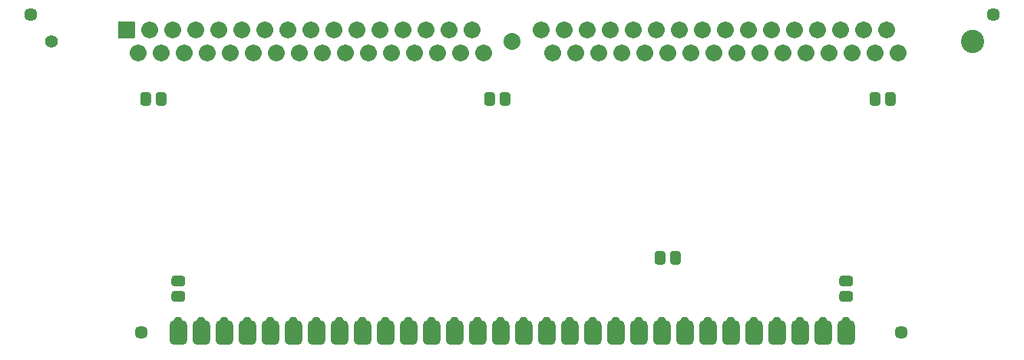
<source format=gts>
G04 #@! TF.GenerationSoftware,KiCad,Pcbnew,(5.1.10-1-10_14)*
G04 #@! TF.CreationDate,2021-12-06T12:41:19-05:00*
G04 #@! TF.ProjectId,Adapter-30,41646170-7465-4722-9d33-302e6b696361,1.0-SOP*
G04 #@! TF.SameCoordinates,Original*
G04 #@! TF.FileFunction,Soldermask,Top*
G04 #@! TF.FilePolarity,Negative*
%FSLAX46Y46*%
G04 Gerber Fmt 4.6, Leading zero omitted, Abs format (unit mm)*
G04 Created by KiCad (PCBNEW (5.1.10-1-10_14)) date 2021-12-06 12:41:19*
%MOMM*%
%LPD*%
G01*
G04 APERTURE LIST*
%ADD10C,1.448000*%
%ADD11C,0.952400*%
%ADD12O,1.852400X1.852400*%
%ADD13C,2.562400*%
%ADD14C,1.422400*%
%ADD15C,1.862400*%
%ADD16C,0.100000*%
G04 APERTURE END LIST*
G36*
G01*
X139220000Y-91358500D02*
X139220000Y-92283500D01*
G75*
G02*
X138932500Y-92571000I-287500J0D01*
G01*
X138357500Y-92571000D01*
G75*
G02*
X138070000Y-92283500I0J287500D01*
G01*
X138070000Y-91358500D01*
G75*
G02*
X138357500Y-91071000I287500J0D01*
G01*
X138932500Y-91071000D01*
G75*
G02*
X139220000Y-91358500I0J-287500D01*
G01*
G37*
G36*
G01*
X137520000Y-91358500D02*
X137520000Y-92283500D01*
G75*
G02*
X137232500Y-92571000I-287500J0D01*
G01*
X136657500Y-92571000D01*
G75*
G02*
X136370000Y-92283500I0J287500D01*
G01*
X136370000Y-91358500D01*
G75*
G02*
X136657500Y-91071000I287500J0D01*
G01*
X137232500Y-91071000D01*
G75*
G02*
X137520000Y-91358500I0J-287500D01*
G01*
G37*
D10*
X163576000Y-100076000D03*
X79756000Y-100076000D03*
X173736000Y-65024000D03*
G36*
G01*
X82854800Y-100939600D02*
X82854800Y-99212400D01*
G75*
G02*
X83337400Y-98729800I482600J0D01*
G01*
X84302600Y-98729800D01*
G75*
G02*
X84785200Y-99212400I0J-482600D01*
G01*
X84785200Y-100939600D01*
G75*
G02*
X84302600Y-101422200I-482600J0D01*
G01*
X83337400Y-101422200D01*
G75*
G02*
X82854800Y-100939600I0J482600D01*
G01*
G37*
G36*
G01*
X85394800Y-100939600D02*
X85394800Y-99212400D01*
G75*
G02*
X85877400Y-98729800I482600J0D01*
G01*
X86842600Y-98729800D01*
G75*
G02*
X87325200Y-99212400I0J-482600D01*
G01*
X87325200Y-100939600D01*
G75*
G02*
X86842600Y-101422200I-482600J0D01*
G01*
X85877400Y-101422200D01*
G75*
G02*
X85394800Y-100939600I0J482600D01*
G01*
G37*
D11*
X88900000Y-98806000D03*
G36*
G01*
X108254800Y-100939600D02*
X108254800Y-99212400D01*
G75*
G02*
X108737400Y-98729800I482600J0D01*
G01*
X109702600Y-98729800D01*
G75*
G02*
X110185200Y-99212400I0J-482600D01*
G01*
X110185200Y-100939600D01*
G75*
G02*
X109702600Y-101422200I-482600J0D01*
G01*
X108737400Y-101422200D01*
G75*
G02*
X108254800Y-100939600I0J482600D01*
G01*
G37*
G36*
G01*
X93014800Y-100939600D02*
X93014800Y-99212400D01*
G75*
G02*
X93497400Y-98729800I482600J0D01*
G01*
X94462600Y-98729800D01*
G75*
G02*
X94945200Y-99212400I0J-482600D01*
G01*
X94945200Y-100939600D01*
G75*
G02*
X94462600Y-101422200I-482600J0D01*
G01*
X93497400Y-101422200D01*
G75*
G02*
X93014800Y-100939600I0J482600D01*
G01*
G37*
G36*
G01*
X110794800Y-100939600D02*
X110794800Y-99212400D01*
G75*
G02*
X111277400Y-98729800I482600J0D01*
G01*
X112242600Y-98729800D01*
G75*
G02*
X112725200Y-99212400I0J-482600D01*
G01*
X112725200Y-100939600D01*
G75*
G02*
X112242600Y-101422200I-482600J0D01*
G01*
X111277400Y-101422200D01*
G75*
G02*
X110794800Y-100939600I0J482600D01*
G01*
G37*
G36*
G01*
X146354800Y-100939600D02*
X146354800Y-99212400D01*
G75*
G02*
X146837400Y-98729800I482600J0D01*
G01*
X147802600Y-98729800D01*
G75*
G02*
X148285200Y-99212400I0J-482600D01*
G01*
X148285200Y-100939600D01*
G75*
G02*
X147802600Y-101422200I-482600J0D01*
G01*
X146837400Y-101422200D01*
G75*
G02*
X146354800Y-100939600I0J482600D01*
G01*
G37*
G36*
G01*
X113334800Y-100939600D02*
X113334800Y-99212400D01*
G75*
G02*
X113817400Y-98729800I482600J0D01*
G01*
X114782600Y-98729800D01*
G75*
G02*
X115265200Y-99212400I0J-482600D01*
G01*
X115265200Y-100939600D01*
G75*
G02*
X114782600Y-101422200I-482600J0D01*
G01*
X113817400Y-101422200D01*
G75*
G02*
X113334800Y-100939600I0J482600D01*
G01*
G37*
G36*
G01*
X115874800Y-100939600D02*
X115874800Y-99212400D01*
G75*
G02*
X116357400Y-98729800I482600J0D01*
G01*
X117322600Y-98729800D01*
G75*
G02*
X117805200Y-99212400I0J-482600D01*
G01*
X117805200Y-100939600D01*
G75*
G02*
X117322600Y-101422200I-482600J0D01*
G01*
X116357400Y-101422200D01*
G75*
G02*
X115874800Y-100939600I0J482600D01*
G01*
G37*
G36*
G01*
X90474800Y-100939600D02*
X90474800Y-99212400D01*
G75*
G02*
X90957400Y-98729800I482600J0D01*
G01*
X91922600Y-98729800D01*
G75*
G02*
X92405200Y-99212400I0J-482600D01*
G01*
X92405200Y-100939600D01*
G75*
G02*
X91922600Y-101422200I-482600J0D01*
G01*
X90957400Y-101422200D01*
G75*
G02*
X90474800Y-100939600I0J482600D01*
G01*
G37*
G36*
G01*
X153974800Y-100939600D02*
X153974800Y-99212400D01*
G75*
G02*
X154457400Y-98729800I482600J0D01*
G01*
X155422600Y-98729800D01*
G75*
G02*
X155905200Y-99212400I0J-482600D01*
G01*
X155905200Y-100939600D01*
G75*
G02*
X155422600Y-101422200I-482600J0D01*
G01*
X154457400Y-101422200D01*
G75*
G02*
X153974800Y-100939600I0J482600D01*
G01*
G37*
G36*
G01*
X87934800Y-100939600D02*
X87934800Y-99212400D01*
G75*
G02*
X88417400Y-98729800I482600J0D01*
G01*
X89382600Y-98729800D01*
G75*
G02*
X89865200Y-99212400I0J-482600D01*
G01*
X89865200Y-100939600D01*
G75*
G02*
X89382600Y-101422200I-482600J0D01*
G01*
X88417400Y-101422200D01*
G75*
G02*
X87934800Y-100939600I0J482600D01*
G01*
G37*
G36*
G01*
X141274800Y-100939600D02*
X141274800Y-99212400D01*
G75*
G02*
X141757400Y-98729800I482600J0D01*
G01*
X142722600Y-98729800D01*
G75*
G02*
X143205200Y-99212400I0J-482600D01*
G01*
X143205200Y-100939600D01*
G75*
G02*
X142722600Y-101422200I-482600J0D01*
G01*
X141757400Y-101422200D01*
G75*
G02*
X141274800Y-100939600I0J482600D01*
G01*
G37*
G36*
G01*
X120954800Y-100939600D02*
X120954800Y-99212400D01*
G75*
G02*
X121437400Y-98729800I482600J0D01*
G01*
X122402600Y-98729800D01*
G75*
G02*
X122885200Y-99212400I0J-482600D01*
G01*
X122885200Y-100939600D01*
G75*
G02*
X122402600Y-101422200I-482600J0D01*
G01*
X121437400Y-101422200D01*
G75*
G02*
X120954800Y-100939600I0J482600D01*
G01*
G37*
G36*
G01*
X131114800Y-100939600D02*
X131114800Y-99212400D01*
G75*
G02*
X131597400Y-98729800I482600J0D01*
G01*
X132562600Y-98729800D01*
G75*
G02*
X133045200Y-99212400I0J-482600D01*
G01*
X133045200Y-100939600D01*
G75*
G02*
X132562600Y-101422200I-482600J0D01*
G01*
X131597400Y-101422200D01*
G75*
G02*
X131114800Y-100939600I0J482600D01*
G01*
G37*
G36*
G01*
X138734800Y-100939600D02*
X138734800Y-99212400D01*
G75*
G02*
X139217400Y-98729800I482600J0D01*
G01*
X140182600Y-98729800D01*
G75*
G02*
X140665200Y-99212400I0J-482600D01*
G01*
X140665200Y-100939600D01*
G75*
G02*
X140182600Y-101422200I-482600J0D01*
G01*
X139217400Y-101422200D01*
G75*
G02*
X138734800Y-100939600I0J482600D01*
G01*
G37*
G36*
G01*
X103174800Y-100939600D02*
X103174800Y-99212400D01*
G75*
G02*
X103657400Y-98729800I482600J0D01*
G01*
X104622600Y-98729800D01*
G75*
G02*
X105105200Y-99212400I0J-482600D01*
G01*
X105105200Y-100939600D01*
G75*
G02*
X104622600Y-101422200I-482600J0D01*
G01*
X103657400Y-101422200D01*
G75*
G02*
X103174800Y-100939600I0J482600D01*
G01*
G37*
G36*
G01*
X126034800Y-100939600D02*
X126034800Y-99212400D01*
G75*
G02*
X126517400Y-98729800I482600J0D01*
G01*
X127482600Y-98729800D01*
G75*
G02*
X127965200Y-99212400I0J-482600D01*
G01*
X127965200Y-100939600D01*
G75*
G02*
X127482600Y-101422200I-482600J0D01*
G01*
X126517400Y-101422200D01*
G75*
G02*
X126034800Y-100939600I0J482600D01*
G01*
G37*
G36*
G01*
X133654800Y-100939600D02*
X133654800Y-99212400D01*
G75*
G02*
X134137400Y-98729800I482600J0D01*
G01*
X135102600Y-98729800D01*
G75*
G02*
X135585200Y-99212400I0J-482600D01*
G01*
X135585200Y-100939600D01*
G75*
G02*
X135102600Y-101422200I-482600J0D01*
G01*
X134137400Y-101422200D01*
G75*
G02*
X133654800Y-100939600I0J482600D01*
G01*
G37*
G36*
G01*
X128574800Y-100939600D02*
X128574800Y-99212400D01*
G75*
G02*
X129057400Y-98729800I482600J0D01*
G01*
X130022600Y-98729800D01*
G75*
G02*
X130505200Y-99212400I0J-482600D01*
G01*
X130505200Y-100939600D01*
G75*
G02*
X130022600Y-101422200I-482600J0D01*
G01*
X129057400Y-101422200D01*
G75*
G02*
X128574800Y-100939600I0J482600D01*
G01*
G37*
G36*
G01*
X105714800Y-100939600D02*
X105714800Y-99212400D01*
G75*
G02*
X106197400Y-98729800I482600J0D01*
G01*
X107162600Y-98729800D01*
G75*
G02*
X107645200Y-99212400I0J-482600D01*
G01*
X107645200Y-100939600D01*
G75*
G02*
X107162600Y-101422200I-482600J0D01*
G01*
X106197400Y-101422200D01*
G75*
G02*
X105714800Y-100939600I0J482600D01*
G01*
G37*
G36*
G01*
X136194800Y-100939600D02*
X136194800Y-99212400D01*
G75*
G02*
X136677400Y-98729800I482600J0D01*
G01*
X137642600Y-98729800D01*
G75*
G02*
X138125200Y-99212400I0J-482600D01*
G01*
X138125200Y-100939600D01*
G75*
G02*
X137642600Y-101422200I-482600J0D01*
G01*
X136677400Y-101422200D01*
G75*
G02*
X136194800Y-100939600I0J482600D01*
G01*
G37*
G36*
G01*
X95554800Y-100939600D02*
X95554800Y-99212400D01*
G75*
G02*
X96037400Y-98729800I482600J0D01*
G01*
X97002600Y-98729800D01*
G75*
G02*
X97485200Y-99212400I0J-482600D01*
G01*
X97485200Y-100939600D01*
G75*
G02*
X97002600Y-101422200I-482600J0D01*
G01*
X96037400Y-101422200D01*
G75*
G02*
X95554800Y-100939600I0J482600D01*
G01*
G37*
G36*
G01*
X123494800Y-100939600D02*
X123494800Y-99212400D01*
G75*
G02*
X123977400Y-98729800I482600J0D01*
G01*
X124942600Y-98729800D01*
G75*
G02*
X125425200Y-99212400I0J-482600D01*
G01*
X125425200Y-100939600D01*
G75*
G02*
X124942600Y-101422200I-482600J0D01*
G01*
X123977400Y-101422200D01*
G75*
G02*
X123494800Y-100939600I0J482600D01*
G01*
G37*
G36*
G01*
X98094800Y-100939600D02*
X98094800Y-99212400D01*
G75*
G02*
X98577400Y-98729800I482600J0D01*
G01*
X99542600Y-98729800D01*
G75*
G02*
X100025200Y-99212400I0J-482600D01*
G01*
X100025200Y-100939600D01*
G75*
G02*
X99542600Y-101422200I-482600J0D01*
G01*
X98577400Y-101422200D01*
G75*
G02*
X98094800Y-100939600I0J482600D01*
G01*
G37*
G36*
G01*
X100634800Y-100939600D02*
X100634800Y-99212400D01*
G75*
G02*
X101117400Y-98729800I482600J0D01*
G01*
X102082600Y-98729800D01*
G75*
G02*
X102565200Y-99212400I0J-482600D01*
G01*
X102565200Y-100939600D01*
G75*
G02*
X102082600Y-101422200I-482600J0D01*
G01*
X101117400Y-101422200D01*
G75*
G02*
X100634800Y-100939600I0J482600D01*
G01*
G37*
G36*
G01*
X148894800Y-100939600D02*
X148894800Y-99212400D01*
G75*
G02*
X149377400Y-98729800I482600J0D01*
G01*
X150342600Y-98729800D01*
G75*
G02*
X150825200Y-99212400I0J-482600D01*
G01*
X150825200Y-100939600D01*
G75*
G02*
X150342600Y-101422200I-482600J0D01*
G01*
X149377400Y-101422200D01*
G75*
G02*
X148894800Y-100939600I0J482600D01*
G01*
G37*
G36*
G01*
X151434800Y-100939600D02*
X151434800Y-99212400D01*
G75*
G02*
X151917400Y-98729800I482600J0D01*
G01*
X152882600Y-98729800D01*
G75*
G02*
X153365200Y-99212400I0J-482600D01*
G01*
X153365200Y-100939600D01*
G75*
G02*
X152882600Y-101422200I-482600J0D01*
G01*
X151917400Y-101422200D01*
G75*
G02*
X151434800Y-100939600I0J482600D01*
G01*
G37*
G36*
G01*
X156514800Y-100939600D02*
X156514800Y-99212400D01*
G75*
G02*
X156997400Y-98729800I482600J0D01*
G01*
X157962600Y-98729800D01*
G75*
G02*
X158445200Y-99212400I0J-482600D01*
G01*
X158445200Y-100939600D01*
G75*
G02*
X157962600Y-101422200I-482600J0D01*
G01*
X156997400Y-101422200D01*
G75*
G02*
X156514800Y-100939600I0J482600D01*
G01*
G37*
G36*
G01*
X118414800Y-100939600D02*
X118414800Y-99212400D01*
G75*
G02*
X118897400Y-98729800I482600J0D01*
G01*
X119862600Y-98729800D01*
G75*
G02*
X120345200Y-99212400I0J-482600D01*
G01*
X120345200Y-100939600D01*
G75*
G02*
X119862600Y-101422200I-482600J0D01*
G01*
X118897400Y-101422200D01*
G75*
G02*
X118414800Y-100939600I0J482600D01*
G01*
G37*
G36*
G01*
X143814800Y-100939600D02*
X143814800Y-99212400D01*
G75*
G02*
X144297400Y-98729800I482600J0D01*
G01*
X145262600Y-98729800D01*
G75*
G02*
X145745200Y-99212400I0J-482600D01*
G01*
X145745200Y-100939600D01*
G75*
G02*
X145262600Y-101422200I-482600J0D01*
G01*
X144297400Y-101422200D01*
G75*
G02*
X143814800Y-100939600I0J482600D01*
G01*
G37*
X86360000Y-98806000D03*
X83820000Y-98806000D03*
X93980000Y-98806000D03*
X91440000Y-98806000D03*
X96520000Y-98806000D03*
X99060000Y-98806000D03*
X104140000Y-98806000D03*
X101600000Y-98806000D03*
X109220000Y-98806000D03*
X106680000Y-98806000D03*
X111760000Y-98806000D03*
X116840000Y-98806000D03*
X114300000Y-98806000D03*
X119380000Y-98806000D03*
X124460000Y-98806000D03*
X121920000Y-98806000D03*
X127000000Y-98806000D03*
X149860000Y-98806000D03*
X147320000Y-98806000D03*
X152400000Y-98806000D03*
X134620000Y-98806000D03*
X132080000Y-98806000D03*
X137160000Y-98806000D03*
X142240000Y-98806000D03*
X139700000Y-98806000D03*
X144780000Y-98806000D03*
X129540000Y-98806000D03*
X154940000Y-98806000D03*
X157480000Y-98806000D03*
G36*
G01*
X84282500Y-94950500D02*
X83357500Y-94950500D01*
G75*
G02*
X83070000Y-94663000I0J287500D01*
G01*
X83070000Y-94088000D01*
G75*
G02*
X83357500Y-93800500I287500J0D01*
G01*
X84282500Y-93800500D01*
G75*
G02*
X84570000Y-94088000I0J-287500D01*
G01*
X84570000Y-94663000D01*
G75*
G02*
X84282500Y-94950500I-287500J0D01*
G01*
G37*
G36*
G01*
X84282500Y-96650500D02*
X83357500Y-96650500D01*
G75*
G02*
X83070000Y-96363000I0J287500D01*
G01*
X83070000Y-95788000D01*
G75*
G02*
X83357500Y-95500500I287500J0D01*
G01*
X84282500Y-95500500D01*
G75*
G02*
X84570000Y-95788000I0J-287500D01*
G01*
X84570000Y-96363000D01*
G75*
G02*
X84282500Y-96650500I-287500J0D01*
G01*
G37*
G36*
G01*
X157942500Y-94950500D02*
X157017500Y-94950500D01*
G75*
G02*
X156730000Y-94663000I0J287500D01*
G01*
X156730000Y-94088000D01*
G75*
G02*
X157017500Y-93800500I287500J0D01*
G01*
X157942500Y-93800500D01*
G75*
G02*
X158230000Y-94088000I0J-287500D01*
G01*
X158230000Y-94663000D01*
G75*
G02*
X157942500Y-94950500I-287500J0D01*
G01*
G37*
G36*
G01*
X157942500Y-96650500D02*
X157017500Y-96650500D01*
G75*
G02*
X156730000Y-96363000I0J287500D01*
G01*
X156730000Y-95788000D01*
G75*
G02*
X157017500Y-95500500I287500J0D01*
G01*
X157942500Y-95500500D01*
G75*
G02*
X158230000Y-95788000I0J-287500D01*
G01*
X158230000Y-96363000D01*
G75*
G02*
X157942500Y-96650500I-287500J0D01*
G01*
G37*
D10*
X67564000Y-65024000D03*
G36*
G01*
X160080000Y-74757500D02*
X160080000Y-73832500D01*
G75*
G02*
X160367500Y-73545000I287500J0D01*
G01*
X160942500Y-73545000D01*
G75*
G02*
X161230000Y-73832500I0J-287500D01*
G01*
X161230000Y-74757500D01*
G75*
G02*
X160942500Y-75045000I-287500J0D01*
G01*
X160367500Y-75045000D01*
G75*
G02*
X160080000Y-74757500I0J287500D01*
G01*
G37*
G36*
G01*
X161780000Y-74757500D02*
X161780000Y-73832500D01*
G75*
G02*
X162067500Y-73545000I287500J0D01*
G01*
X162642500Y-73545000D01*
G75*
G02*
X162930000Y-73832500I0J-287500D01*
G01*
X162930000Y-74757500D01*
G75*
G02*
X162642500Y-75045000I-287500J0D01*
G01*
X162067500Y-75045000D01*
G75*
G02*
X161780000Y-74757500I0J287500D01*
G01*
G37*
G36*
G01*
X118724000Y-73832500D02*
X118724000Y-74757500D01*
G75*
G02*
X118436500Y-75045000I-287500J0D01*
G01*
X117861500Y-75045000D01*
G75*
G02*
X117574000Y-74757500I0J287500D01*
G01*
X117574000Y-73832500D01*
G75*
G02*
X117861500Y-73545000I287500J0D01*
G01*
X118436500Y-73545000D01*
G75*
G02*
X118724000Y-73832500I0J-287500D01*
G01*
G37*
G36*
G01*
X120424000Y-73832500D02*
X120424000Y-74757500D01*
G75*
G02*
X120136500Y-75045000I-287500J0D01*
G01*
X119561500Y-75045000D01*
G75*
G02*
X119274000Y-74757500I0J287500D01*
G01*
X119274000Y-73832500D01*
G75*
G02*
X119561500Y-73545000I287500J0D01*
G01*
X120136500Y-73545000D01*
G75*
G02*
X120424000Y-73832500I0J-287500D01*
G01*
G37*
G36*
G01*
X82490000Y-73832500D02*
X82490000Y-74757500D01*
G75*
G02*
X82202500Y-75045000I-287500J0D01*
G01*
X81627500Y-75045000D01*
G75*
G02*
X81340000Y-74757500I0J287500D01*
G01*
X81340000Y-73832500D01*
G75*
G02*
X81627500Y-73545000I287500J0D01*
G01*
X82202500Y-73545000D01*
G75*
G02*
X82490000Y-73832500I0J-287500D01*
G01*
G37*
G36*
G01*
X80790000Y-73832500D02*
X80790000Y-74757500D01*
G75*
G02*
X80502500Y-75045000I-287500J0D01*
G01*
X79927500Y-75045000D01*
G75*
G02*
X79640000Y-74757500I0J287500D01*
G01*
X79640000Y-73832500D01*
G75*
G02*
X79927500Y-73545000I287500J0D01*
G01*
X80502500Y-73545000D01*
G75*
G02*
X80790000Y-73832500I0J-287500D01*
G01*
G37*
G36*
G01*
X78955000Y-67601200D02*
X77255000Y-67601200D01*
G75*
G02*
X77178800Y-67525000I0J76200D01*
G01*
X77178800Y-65825000D01*
G75*
G02*
X77255000Y-65748800I76200J0D01*
G01*
X78955000Y-65748800D01*
G75*
G02*
X79031200Y-65825000I0J-76200D01*
G01*
X79031200Y-67525000D01*
G75*
G02*
X78955000Y-67601200I-76200J0D01*
G01*
G37*
D12*
X79375000Y-69215000D03*
X80645000Y-66675000D03*
X81915000Y-69215000D03*
X83185000Y-66675000D03*
X84455000Y-69215000D03*
X85725000Y-66675000D03*
X86995000Y-69215000D03*
X88265000Y-66675000D03*
X89535000Y-69215000D03*
X90805000Y-66675000D03*
X92075000Y-69215000D03*
X93345000Y-66675000D03*
X94615000Y-69215000D03*
X95885000Y-66675000D03*
X97155000Y-69215000D03*
X98425000Y-66675000D03*
X99695000Y-69215000D03*
X100965000Y-66675000D03*
X102235000Y-69215000D03*
X103505000Y-66675000D03*
X104775000Y-69215000D03*
X106045000Y-66675000D03*
X107315000Y-69215000D03*
X108585000Y-66675000D03*
X109855000Y-69215000D03*
X111125000Y-66675000D03*
X112395000Y-69215000D03*
X113665000Y-66675000D03*
X114935000Y-69215000D03*
X116205000Y-66675000D03*
X117475000Y-69215000D03*
X123825000Y-66675000D03*
X125095000Y-69215000D03*
X126365000Y-66675000D03*
X127635000Y-69215000D03*
X128905000Y-66675000D03*
X130175000Y-69215000D03*
X131445000Y-66675000D03*
X132715000Y-69215000D03*
X133985000Y-66675000D03*
X135255000Y-69215000D03*
X136525000Y-66675000D03*
X137795000Y-69215000D03*
X139065000Y-66675000D03*
X140335000Y-69215000D03*
X141605000Y-66675000D03*
X142875000Y-69215000D03*
X144145000Y-66675000D03*
X145415000Y-69215000D03*
X146685000Y-66675000D03*
X147955000Y-69215000D03*
X149225000Y-66675000D03*
X150495000Y-69215000D03*
X151765000Y-66675000D03*
X153035000Y-69215000D03*
X154305000Y-66675000D03*
X155575000Y-69215000D03*
X156845000Y-66675000D03*
X158115000Y-69215000D03*
X159385000Y-66675000D03*
X160655000Y-69215000D03*
X161925000Y-66675000D03*
X163195000Y-69215000D03*
D13*
X171450000Y-67945000D03*
D14*
X69850000Y-67945000D03*
D15*
X120650000Y-67945000D03*
D16*
G36*
X96062407Y-98684071D02*
G01*
X96062782Y-98685678D01*
X96053928Y-98730190D01*
X96051966Y-98731800D01*
X96037494Y-98731800D01*
X95943644Y-98741043D01*
X95853486Y-98768393D01*
X95770398Y-98812804D01*
X95697571Y-98872571D01*
X95637804Y-98945398D01*
X95593393Y-99028486D01*
X95566043Y-99118644D01*
X95556790Y-99212596D01*
X95555625Y-99214222D01*
X95553635Y-99214026D01*
X95552800Y-99212400D01*
X95552800Y-99183767D01*
X95552810Y-99183571D01*
X95561774Y-99092560D01*
X95561850Y-99092175D01*
X95587489Y-99007651D01*
X95587639Y-99007289D01*
X95629274Y-98929397D01*
X95629492Y-98929071D01*
X95685521Y-98860798D01*
X95685798Y-98860521D01*
X95754071Y-98804492D01*
X95754397Y-98804274D01*
X95832289Y-98762639D01*
X95832651Y-98762489D01*
X95917174Y-98736850D01*
X95917559Y-98736774D01*
X96005979Y-98728065D01*
X96017907Y-98725693D01*
X96029042Y-98721080D01*
X96039065Y-98714383D01*
X96047587Y-98705861D01*
X96054284Y-98695838D01*
X96058972Y-98684523D01*
X96060559Y-98683305D01*
X96062407Y-98684071D01*
G37*
G36*
X101142407Y-98684071D02*
G01*
X101142782Y-98685678D01*
X101133928Y-98730190D01*
X101131966Y-98731800D01*
X101117494Y-98731800D01*
X101023644Y-98741043D01*
X100933486Y-98768393D01*
X100850398Y-98812804D01*
X100777571Y-98872571D01*
X100717804Y-98945398D01*
X100673393Y-99028486D01*
X100646043Y-99118644D01*
X100636790Y-99212596D01*
X100635625Y-99214222D01*
X100633635Y-99214026D01*
X100632800Y-99212400D01*
X100632800Y-99183767D01*
X100632810Y-99183571D01*
X100641774Y-99092560D01*
X100641850Y-99092175D01*
X100667489Y-99007651D01*
X100667639Y-99007289D01*
X100709274Y-98929397D01*
X100709492Y-98929071D01*
X100765521Y-98860798D01*
X100765798Y-98860521D01*
X100834071Y-98804492D01*
X100834397Y-98804274D01*
X100912289Y-98762639D01*
X100912651Y-98762489D01*
X100997174Y-98736850D01*
X100997559Y-98736774D01*
X101085979Y-98728065D01*
X101097907Y-98725693D01*
X101109042Y-98721080D01*
X101119065Y-98714383D01*
X101127587Y-98705861D01*
X101134284Y-98695838D01*
X101138972Y-98684523D01*
X101140559Y-98683305D01*
X101142407Y-98684071D01*
G37*
G36*
X93522407Y-98684071D02*
G01*
X93522782Y-98685678D01*
X93513928Y-98730190D01*
X93511966Y-98731800D01*
X93497494Y-98731800D01*
X93403644Y-98741043D01*
X93313486Y-98768393D01*
X93230398Y-98812804D01*
X93157571Y-98872571D01*
X93097804Y-98945398D01*
X93053393Y-99028486D01*
X93026043Y-99118644D01*
X93016790Y-99212596D01*
X93015625Y-99214222D01*
X93013635Y-99214026D01*
X93012800Y-99212400D01*
X93012800Y-99183767D01*
X93012810Y-99183571D01*
X93021774Y-99092560D01*
X93021850Y-99092175D01*
X93047489Y-99007651D01*
X93047639Y-99007289D01*
X93089274Y-98929397D01*
X93089492Y-98929071D01*
X93145521Y-98860798D01*
X93145798Y-98860521D01*
X93214071Y-98804492D01*
X93214397Y-98804274D01*
X93292289Y-98762639D01*
X93292651Y-98762489D01*
X93377174Y-98736850D01*
X93377559Y-98736774D01*
X93465979Y-98728065D01*
X93477907Y-98725693D01*
X93489042Y-98721080D01*
X93499065Y-98714383D01*
X93507587Y-98705861D01*
X93514284Y-98695838D01*
X93518972Y-98684523D01*
X93520559Y-98683305D01*
X93522407Y-98684071D01*
G37*
G36*
X103682407Y-98684071D02*
G01*
X103682782Y-98685678D01*
X103673928Y-98730190D01*
X103671966Y-98731800D01*
X103657494Y-98731800D01*
X103563644Y-98741043D01*
X103473486Y-98768393D01*
X103390398Y-98812804D01*
X103317571Y-98872571D01*
X103257804Y-98945398D01*
X103213393Y-99028486D01*
X103186043Y-99118644D01*
X103176790Y-99212596D01*
X103175625Y-99214222D01*
X103173635Y-99214026D01*
X103172800Y-99212400D01*
X103172800Y-99183767D01*
X103172810Y-99183571D01*
X103181774Y-99092560D01*
X103181850Y-99092175D01*
X103207489Y-99007651D01*
X103207639Y-99007289D01*
X103249274Y-98929397D01*
X103249492Y-98929071D01*
X103305521Y-98860798D01*
X103305798Y-98860521D01*
X103374071Y-98804492D01*
X103374397Y-98804274D01*
X103452289Y-98762639D01*
X103452651Y-98762489D01*
X103537174Y-98736850D01*
X103537559Y-98736774D01*
X103625979Y-98728065D01*
X103637907Y-98725693D01*
X103649042Y-98721080D01*
X103659065Y-98714383D01*
X103667587Y-98705861D01*
X103674284Y-98695838D01*
X103678972Y-98684523D01*
X103680559Y-98683305D01*
X103682407Y-98684071D01*
G37*
G36*
X106222407Y-98684071D02*
G01*
X106222782Y-98685678D01*
X106213928Y-98730190D01*
X106211966Y-98731800D01*
X106197494Y-98731800D01*
X106103644Y-98741043D01*
X106013486Y-98768393D01*
X105930398Y-98812804D01*
X105857571Y-98872571D01*
X105797804Y-98945398D01*
X105753393Y-99028486D01*
X105726043Y-99118644D01*
X105716790Y-99212596D01*
X105715625Y-99214222D01*
X105713635Y-99214026D01*
X105712800Y-99212400D01*
X105712800Y-99183767D01*
X105712810Y-99183571D01*
X105721774Y-99092560D01*
X105721850Y-99092175D01*
X105747489Y-99007651D01*
X105747639Y-99007289D01*
X105789274Y-98929397D01*
X105789492Y-98929071D01*
X105845521Y-98860798D01*
X105845798Y-98860521D01*
X105914071Y-98804492D01*
X105914397Y-98804274D01*
X105992289Y-98762639D01*
X105992651Y-98762489D01*
X106077174Y-98736850D01*
X106077559Y-98736774D01*
X106165979Y-98728065D01*
X106177907Y-98725693D01*
X106189042Y-98721080D01*
X106199065Y-98714383D01*
X106207587Y-98705861D01*
X106214284Y-98695838D01*
X106218972Y-98684523D01*
X106220559Y-98683305D01*
X106222407Y-98684071D01*
G37*
G36*
X90982407Y-98684071D02*
G01*
X90982782Y-98685678D01*
X90973928Y-98730190D01*
X90971966Y-98731800D01*
X90957494Y-98731800D01*
X90863644Y-98741043D01*
X90773486Y-98768393D01*
X90690398Y-98812804D01*
X90617571Y-98872571D01*
X90557804Y-98945398D01*
X90513393Y-99028486D01*
X90486043Y-99118644D01*
X90476790Y-99212596D01*
X90475625Y-99214222D01*
X90473635Y-99214026D01*
X90472800Y-99212400D01*
X90472800Y-99183767D01*
X90472810Y-99183571D01*
X90481774Y-99092560D01*
X90481850Y-99092175D01*
X90507489Y-99007651D01*
X90507639Y-99007289D01*
X90549274Y-98929397D01*
X90549492Y-98929071D01*
X90605521Y-98860798D01*
X90605798Y-98860521D01*
X90674071Y-98804492D01*
X90674397Y-98804274D01*
X90752289Y-98762639D01*
X90752651Y-98762489D01*
X90837174Y-98736850D01*
X90837559Y-98736774D01*
X90925979Y-98728065D01*
X90937907Y-98725693D01*
X90949042Y-98721080D01*
X90959065Y-98714383D01*
X90967587Y-98705861D01*
X90974284Y-98695838D01*
X90978972Y-98684523D01*
X90980559Y-98683305D01*
X90982407Y-98684071D01*
G37*
G36*
X108762407Y-98684071D02*
G01*
X108762782Y-98685678D01*
X108753928Y-98730190D01*
X108751966Y-98731800D01*
X108737494Y-98731800D01*
X108643644Y-98741043D01*
X108553486Y-98768393D01*
X108470398Y-98812804D01*
X108397571Y-98872571D01*
X108337804Y-98945398D01*
X108293393Y-99028486D01*
X108266043Y-99118644D01*
X108256790Y-99212596D01*
X108255625Y-99214222D01*
X108253635Y-99214026D01*
X108252800Y-99212400D01*
X108252800Y-99183767D01*
X108252810Y-99183571D01*
X108261774Y-99092560D01*
X108261850Y-99092175D01*
X108287489Y-99007651D01*
X108287639Y-99007289D01*
X108329274Y-98929397D01*
X108329492Y-98929071D01*
X108385521Y-98860798D01*
X108385798Y-98860521D01*
X108454071Y-98804492D01*
X108454397Y-98804274D01*
X108532289Y-98762639D01*
X108532651Y-98762489D01*
X108617174Y-98736850D01*
X108617559Y-98736774D01*
X108705979Y-98728065D01*
X108717907Y-98725693D01*
X108729042Y-98721080D01*
X108739065Y-98714383D01*
X108747587Y-98705861D01*
X108754284Y-98695838D01*
X108758972Y-98684523D01*
X108760559Y-98683305D01*
X108762407Y-98684071D01*
G37*
G36*
X88442407Y-98684071D02*
G01*
X88442782Y-98685678D01*
X88433928Y-98730190D01*
X88431966Y-98731800D01*
X88417494Y-98731800D01*
X88323644Y-98741043D01*
X88233486Y-98768393D01*
X88150398Y-98812804D01*
X88077571Y-98872571D01*
X88017804Y-98945398D01*
X87973393Y-99028486D01*
X87946043Y-99118644D01*
X87936790Y-99212596D01*
X87935625Y-99214222D01*
X87933635Y-99214026D01*
X87932800Y-99212400D01*
X87932800Y-99183767D01*
X87932810Y-99183571D01*
X87941774Y-99092560D01*
X87941850Y-99092175D01*
X87967489Y-99007651D01*
X87967639Y-99007289D01*
X88009274Y-98929397D01*
X88009492Y-98929071D01*
X88065521Y-98860798D01*
X88065798Y-98860521D01*
X88134071Y-98804492D01*
X88134397Y-98804274D01*
X88212289Y-98762639D01*
X88212651Y-98762489D01*
X88297174Y-98736850D01*
X88297559Y-98736774D01*
X88385979Y-98728065D01*
X88397907Y-98725693D01*
X88409042Y-98721080D01*
X88419065Y-98714383D01*
X88427587Y-98705861D01*
X88434284Y-98695838D01*
X88438972Y-98684523D01*
X88440559Y-98683305D01*
X88442407Y-98684071D01*
G37*
G36*
X98602407Y-98684071D02*
G01*
X98602782Y-98685678D01*
X98593928Y-98730190D01*
X98591966Y-98731800D01*
X98577494Y-98731800D01*
X98483644Y-98741043D01*
X98393486Y-98768393D01*
X98310398Y-98812804D01*
X98237571Y-98872571D01*
X98177804Y-98945398D01*
X98133393Y-99028486D01*
X98106043Y-99118644D01*
X98096790Y-99212596D01*
X98095625Y-99214222D01*
X98093635Y-99214026D01*
X98092800Y-99212400D01*
X98092800Y-99183767D01*
X98092810Y-99183571D01*
X98101774Y-99092560D01*
X98101850Y-99092175D01*
X98127489Y-99007651D01*
X98127639Y-99007289D01*
X98169274Y-98929397D01*
X98169492Y-98929071D01*
X98225521Y-98860798D01*
X98225798Y-98860521D01*
X98294071Y-98804492D01*
X98294397Y-98804274D01*
X98372289Y-98762639D01*
X98372651Y-98762489D01*
X98457174Y-98736850D01*
X98457559Y-98736774D01*
X98545979Y-98728065D01*
X98557907Y-98725693D01*
X98569042Y-98721080D01*
X98579065Y-98714383D01*
X98587587Y-98705861D01*
X98594284Y-98695838D01*
X98598972Y-98684523D01*
X98600559Y-98683305D01*
X98602407Y-98684071D01*
G37*
G36*
X111302407Y-98684071D02*
G01*
X111302782Y-98685678D01*
X111293928Y-98730190D01*
X111291966Y-98731800D01*
X111277494Y-98731800D01*
X111183644Y-98741043D01*
X111093486Y-98768393D01*
X111010398Y-98812804D01*
X110937571Y-98872571D01*
X110877804Y-98945398D01*
X110833393Y-99028486D01*
X110806043Y-99118644D01*
X110796790Y-99212596D01*
X110795625Y-99214222D01*
X110793635Y-99214026D01*
X110792800Y-99212400D01*
X110792800Y-99183767D01*
X110792810Y-99183571D01*
X110801774Y-99092560D01*
X110801850Y-99092175D01*
X110827489Y-99007651D01*
X110827639Y-99007289D01*
X110869274Y-98929397D01*
X110869492Y-98929071D01*
X110925521Y-98860798D01*
X110925798Y-98860521D01*
X110994071Y-98804492D01*
X110994397Y-98804274D01*
X111072289Y-98762639D01*
X111072651Y-98762489D01*
X111157174Y-98736850D01*
X111157559Y-98736774D01*
X111245979Y-98728065D01*
X111257907Y-98725693D01*
X111269042Y-98721080D01*
X111279065Y-98714383D01*
X111287587Y-98705861D01*
X111294284Y-98695838D01*
X111298972Y-98684523D01*
X111300559Y-98683305D01*
X111302407Y-98684071D01*
G37*
G36*
X113842407Y-98684071D02*
G01*
X113842782Y-98685678D01*
X113833928Y-98730190D01*
X113831966Y-98731800D01*
X113817494Y-98731800D01*
X113723644Y-98741043D01*
X113633486Y-98768393D01*
X113550398Y-98812804D01*
X113477571Y-98872571D01*
X113417804Y-98945398D01*
X113373393Y-99028486D01*
X113346043Y-99118644D01*
X113336790Y-99212596D01*
X113335625Y-99214222D01*
X113333635Y-99214026D01*
X113332800Y-99212400D01*
X113332800Y-99183767D01*
X113332810Y-99183571D01*
X113341774Y-99092560D01*
X113341850Y-99092175D01*
X113367489Y-99007651D01*
X113367639Y-99007289D01*
X113409274Y-98929397D01*
X113409492Y-98929071D01*
X113465521Y-98860798D01*
X113465798Y-98860521D01*
X113534071Y-98804492D01*
X113534397Y-98804274D01*
X113612289Y-98762639D01*
X113612651Y-98762489D01*
X113697174Y-98736850D01*
X113697559Y-98736774D01*
X113785979Y-98728065D01*
X113797907Y-98725693D01*
X113809042Y-98721080D01*
X113819065Y-98714383D01*
X113827587Y-98705861D01*
X113834284Y-98695838D01*
X113838972Y-98684523D01*
X113840559Y-98683305D01*
X113842407Y-98684071D01*
G37*
G36*
X85902407Y-98684071D02*
G01*
X85902782Y-98685678D01*
X85893928Y-98730190D01*
X85891966Y-98731800D01*
X85877494Y-98731800D01*
X85783644Y-98741043D01*
X85693486Y-98768393D01*
X85610398Y-98812804D01*
X85537571Y-98872571D01*
X85477804Y-98945398D01*
X85433393Y-99028486D01*
X85406043Y-99118644D01*
X85396790Y-99212596D01*
X85395625Y-99214222D01*
X85393635Y-99214026D01*
X85392800Y-99212400D01*
X85392800Y-99183767D01*
X85392810Y-99183571D01*
X85401774Y-99092560D01*
X85401850Y-99092175D01*
X85427489Y-99007651D01*
X85427639Y-99007289D01*
X85469274Y-98929397D01*
X85469492Y-98929071D01*
X85525521Y-98860798D01*
X85525798Y-98860521D01*
X85594071Y-98804492D01*
X85594397Y-98804274D01*
X85672289Y-98762639D01*
X85672651Y-98762489D01*
X85757174Y-98736850D01*
X85757559Y-98736774D01*
X85845979Y-98728065D01*
X85857907Y-98725693D01*
X85869042Y-98721080D01*
X85879065Y-98714383D01*
X85887587Y-98705861D01*
X85894284Y-98695838D01*
X85898972Y-98684523D01*
X85900559Y-98683305D01*
X85902407Y-98684071D01*
G37*
G36*
X141782407Y-98684071D02*
G01*
X141782782Y-98685678D01*
X141773928Y-98730190D01*
X141771966Y-98731800D01*
X141757494Y-98731800D01*
X141663644Y-98741043D01*
X141573486Y-98768393D01*
X141490398Y-98812804D01*
X141417571Y-98872571D01*
X141357804Y-98945398D01*
X141313393Y-99028486D01*
X141286043Y-99118644D01*
X141276790Y-99212596D01*
X141275625Y-99214222D01*
X141273635Y-99214026D01*
X141272800Y-99212400D01*
X141272800Y-99183767D01*
X141272810Y-99183571D01*
X141281774Y-99092560D01*
X141281850Y-99092175D01*
X141307489Y-99007651D01*
X141307639Y-99007289D01*
X141349274Y-98929397D01*
X141349492Y-98929071D01*
X141405521Y-98860798D01*
X141405798Y-98860521D01*
X141474071Y-98804492D01*
X141474397Y-98804274D01*
X141552289Y-98762639D01*
X141552651Y-98762489D01*
X141637174Y-98736850D01*
X141637559Y-98736774D01*
X141725979Y-98728065D01*
X141737907Y-98725693D01*
X141749042Y-98721080D01*
X141759065Y-98714383D01*
X141767587Y-98705861D01*
X141774284Y-98695838D01*
X141778972Y-98684523D01*
X141780559Y-98683305D01*
X141782407Y-98684071D01*
G37*
G36*
X116382407Y-98684071D02*
G01*
X116382782Y-98685678D01*
X116373928Y-98730190D01*
X116371966Y-98731800D01*
X116357494Y-98731800D01*
X116263644Y-98741043D01*
X116173486Y-98768393D01*
X116090398Y-98812804D01*
X116017571Y-98872571D01*
X115957804Y-98945398D01*
X115913393Y-99028486D01*
X115886043Y-99118644D01*
X115876790Y-99212596D01*
X115875625Y-99214222D01*
X115873635Y-99214026D01*
X115872800Y-99212400D01*
X115872800Y-99183767D01*
X115872810Y-99183571D01*
X115881774Y-99092560D01*
X115881850Y-99092175D01*
X115907489Y-99007651D01*
X115907639Y-99007289D01*
X115949274Y-98929397D01*
X115949492Y-98929071D01*
X116005521Y-98860798D01*
X116005798Y-98860521D01*
X116074071Y-98804492D01*
X116074397Y-98804274D01*
X116152289Y-98762639D01*
X116152651Y-98762489D01*
X116237174Y-98736850D01*
X116237559Y-98736774D01*
X116325979Y-98728065D01*
X116337907Y-98725693D01*
X116349042Y-98721080D01*
X116359065Y-98714383D01*
X116367587Y-98705861D01*
X116374284Y-98695838D01*
X116378972Y-98684523D01*
X116380559Y-98683305D01*
X116382407Y-98684071D01*
G37*
G36*
X83362407Y-98684071D02*
G01*
X83362782Y-98685678D01*
X83353928Y-98730190D01*
X83351966Y-98731800D01*
X83337494Y-98731800D01*
X83243644Y-98741043D01*
X83153486Y-98768393D01*
X83070398Y-98812804D01*
X82997571Y-98872571D01*
X82937804Y-98945398D01*
X82893393Y-99028486D01*
X82866043Y-99118644D01*
X82856790Y-99212596D01*
X82855625Y-99214222D01*
X82853635Y-99214026D01*
X82852800Y-99212400D01*
X82852800Y-99183767D01*
X82852810Y-99183571D01*
X82861774Y-99092560D01*
X82861850Y-99092175D01*
X82887489Y-99007651D01*
X82887639Y-99007289D01*
X82929274Y-98929397D01*
X82929492Y-98929071D01*
X82985521Y-98860798D01*
X82985798Y-98860521D01*
X83054071Y-98804492D01*
X83054397Y-98804274D01*
X83132289Y-98762639D01*
X83132651Y-98762489D01*
X83217174Y-98736850D01*
X83217559Y-98736774D01*
X83305979Y-98728065D01*
X83317907Y-98725693D01*
X83329042Y-98721080D01*
X83339065Y-98714383D01*
X83347587Y-98705861D01*
X83354284Y-98695838D01*
X83358972Y-98684523D01*
X83360559Y-98683305D01*
X83362407Y-98684071D01*
G37*
G36*
X118922407Y-98684071D02*
G01*
X118922782Y-98685678D01*
X118913928Y-98730190D01*
X118911966Y-98731800D01*
X118897494Y-98731800D01*
X118803644Y-98741043D01*
X118713486Y-98768393D01*
X118630398Y-98812804D01*
X118557571Y-98872571D01*
X118497804Y-98945398D01*
X118453393Y-99028486D01*
X118426043Y-99118644D01*
X118416790Y-99212596D01*
X118415625Y-99214222D01*
X118413635Y-99214026D01*
X118412800Y-99212400D01*
X118412800Y-99183767D01*
X118412810Y-99183571D01*
X118421774Y-99092560D01*
X118421850Y-99092175D01*
X118447489Y-99007651D01*
X118447639Y-99007289D01*
X118489274Y-98929397D01*
X118489492Y-98929071D01*
X118545521Y-98860798D01*
X118545798Y-98860521D01*
X118614071Y-98804492D01*
X118614397Y-98804274D01*
X118692289Y-98762639D01*
X118692651Y-98762489D01*
X118777174Y-98736850D01*
X118777559Y-98736774D01*
X118865979Y-98728065D01*
X118877907Y-98725693D01*
X118889042Y-98721080D01*
X118899065Y-98714383D01*
X118907587Y-98705861D01*
X118914284Y-98695838D01*
X118918972Y-98684523D01*
X118920559Y-98683305D01*
X118922407Y-98684071D01*
G37*
G36*
X146862407Y-98684071D02*
G01*
X146862782Y-98685678D01*
X146853928Y-98730190D01*
X146851966Y-98731800D01*
X146837494Y-98731800D01*
X146743644Y-98741043D01*
X146653486Y-98768393D01*
X146570398Y-98812804D01*
X146497571Y-98872571D01*
X146437804Y-98945398D01*
X146393393Y-99028486D01*
X146366043Y-99118644D01*
X146356790Y-99212596D01*
X146355625Y-99214222D01*
X146353635Y-99214026D01*
X146352800Y-99212400D01*
X146352800Y-99183767D01*
X146352810Y-99183571D01*
X146361774Y-99092560D01*
X146361850Y-99092175D01*
X146387489Y-99007651D01*
X146387639Y-99007289D01*
X146429274Y-98929397D01*
X146429492Y-98929071D01*
X146485521Y-98860798D01*
X146485798Y-98860521D01*
X146554071Y-98804492D01*
X146554397Y-98804274D01*
X146632289Y-98762639D01*
X146632651Y-98762489D01*
X146717174Y-98736850D01*
X146717559Y-98736774D01*
X146805979Y-98728065D01*
X146817907Y-98725693D01*
X146829042Y-98721080D01*
X146839065Y-98714383D01*
X146847587Y-98705861D01*
X146854284Y-98695838D01*
X146858972Y-98684523D01*
X146860559Y-98683305D01*
X146862407Y-98684071D01*
G37*
G36*
X121462407Y-98684071D02*
G01*
X121462782Y-98685678D01*
X121453928Y-98730190D01*
X121451966Y-98731800D01*
X121437494Y-98731800D01*
X121343644Y-98741043D01*
X121253486Y-98768393D01*
X121170398Y-98812804D01*
X121097571Y-98872571D01*
X121037804Y-98945398D01*
X120993393Y-99028486D01*
X120966043Y-99118644D01*
X120956790Y-99212596D01*
X120955625Y-99214222D01*
X120953635Y-99214026D01*
X120952800Y-99212400D01*
X120952800Y-99183767D01*
X120952810Y-99183571D01*
X120961774Y-99092560D01*
X120961850Y-99092175D01*
X120987489Y-99007651D01*
X120987639Y-99007289D01*
X121029274Y-98929397D01*
X121029492Y-98929071D01*
X121085521Y-98860798D01*
X121085798Y-98860521D01*
X121154071Y-98804492D01*
X121154397Y-98804274D01*
X121232289Y-98762639D01*
X121232651Y-98762489D01*
X121317174Y-98736850D01*
X121317559Y-98736774D01*
X121405979Y-98728065D01*
X121417907Y-98725693D01*
X121429042Y-98721080D01*
X121439065Y-98714383D01*
X121447587Y-98705861D01*
X121454284Y-98695838D01*
X121458972Y-98684523D01*
X121460559Y-98683305D01*
X121462407Y-98684071D01*
G37*
G36*
X124002407Y-98684071D02*
G01*
X124002782Y-98685678D01*
X123993928Y-98730190D01*
X123991966Y-98731800D01*
X123977494Y-98731800D01*
X123883644Y-98741043D01*
X123793486Y-98768393D01*
X123710398Y-98812804D01*
X123637571Y-98872571D01*
X123577804Y-98945398D01*
X123533393Y-99028486D01*
X123506043Y-99118644D01*
X123496790Y-99212596D01*
X123495625Y-99214222D01*
X123493635Y-99214026D01*
X123492800Y-99212400D01*
X123492800Y-99183767D01*
X123492810Y-99183571D01*
X123501774Y-99092560D01*
X123501850Y-99092175D01*
X123527489Y-99007651D01*
X123527639Y-99007289D01*
X123569274Y-98929397D01*
X123569492Y-98929071D01*
X123625521Y-98860798D01*
X123625798Y-98860521D01*
X123694071Y-98804492D01*
X123694397Y-98804274D01*
X123772289Y-98762639D01*
X123772651Y-98762489D01*
X123857174Y-98736850D01*
X123857559Y-98736774D01*
X123945979Y-98728065D01*
X123957907Y-98725693D01*
X123969042Y-98721080D01*
X123979065Y-98714383D01*
X123987587Y-98705861D01*
X123994284Y-98695838D01*
X123998972Y-98684523D01*
X124000559Y-98683305D01*
X124002407Y-98684071D01*
G37*
G36*
X149402407Y-98684071D02*
G01*
X149402782Y-98685678D01*
X149393928Y-98730190D01*
X149391966Y-98731800D01*
X149377494Y-98731800D01*
X149283644Y-98741043D01*
X149193486Y-98768393D01*
X149110398Y-98812804D01*
X149037571Y-98872571D01*
X148977804Y-98945398D01*
X148933393Y-99028486D01*
X148906043Y-99118644D01*
X148896790Y-99212596D01*
X148895625Y-99214222D01*
X148893635Y-99214026D01*
X148892800Y-99212400D01*
X148892800Y-99183767D01*
X148892810Y-99183571D01*
X148901774Y-99092560D01*
X148901850Y-99092175D01*
X148927489Y-99007651D01*
X148927639Y-99007289D01*
X148969274Y-98929397D01*
X148969492Y-98929071D01*
X149025521Y-98860798D01*
X149025798Y-98860521D01*
X149094071Y-98804492D01*
X149094397Y-98804274D01*
X149172289Y-98762639D01*
X149172651Y-98762489D01*
X149257174Y-98736850D01*
X149257559Y-98736774D01*
X149345979Y-98728065D01*
X149357907Y-98725693D01*
X149369042Y-98721080D01*
X149379065Y-98714383D01*
X149387587Y-98705861D01*
X149394284Y-98695838D01*
X149398972Y-98684523D01*
X149400559Y-98683305D01*
X149402407Y-98684071D01*
G37*
G36*
X126542407Y-98684071D02*
G01*
X126542782Y-98685678D01*
X126533928Y-98730190D01*
X126531966Y-98731800D01*
X126517494Y-98731800D01*
X126423644Y-98741043D01*
X126333486Y-98768393D01*
X126250398Y-98812804D01*
X126177571Y-98872571D01*
X126117804Y-98945398D01*
X126073393Y-99028486D01*
X126046043Y-99118644D01*
X126036790Y-99212596D01*
X126035625Y-99214222D01*
X126033635Y-99214026D01*
X126032800Y-99212400D01*
X126032800Y-99183767D01*
X126032810Y-99183571D01*
X126041774Y-99092560D01*
X126041850Y-99092175D01*
X126067489Y-99007651D01*
X126067639Y-99007289D01*
X126109274Y-98929397D01*
X126109492Y-98929071D01*
X126165521Y-98860798D01*
X126165798Y-98860521D01*
X126234071Y-98804492D01*
X126234397Y-98804274D01*
X126312289Y-98762639D01*
X126312651Y-98762489D01*
X126397174Y-98736850D01*
X126397559Y-98736774D01*
X126485979Y-98728065D01*
X126497907Y-98725693D01*
X126509042Y-98721080D01*
X126519065Y-98714383D01*
X126527587Y-98705861D01*
X126534284Y-98695838D01*
X126538972Y-98684523D01*
X126540559Y-98683305D01*
X126542407Y-98684071D01*
G37*
G36*
X151942407Y-98684071D02*
G01*
X151942782Y-98685678D01*
X151933928Y-98730190D01*
X151931966Y-98731800D01*
X151917494Y-98731800D01*
X151823644Y-98741043D01*
X151733486Y-98768393D01*
X151650398Y-98812804D01*
X151577571Y-98872571D01*
X151517804Y-98945398D01*
X151473393Y-99028486D01*
X151446043Y-99118644D01*
X151436790Y-99212596D01*
X151435625Y-99214222D01*
X151433635Y-99214026D01*
X151432800Y-99212400D01*
X151432800Y-99183767D01*
X151432810Y-99183571D01*
X151441774Y-99092560D01*
X151441850Y-99092175D01*
X151467489Y-99007651D01*
X151467639Y-99007289D01*
X151509274Y-98929397D01*
X151509492Y-98929071D01*
X151565521Y-98860798D01*
X151565798Y-98860521D01*
X151634071Y-98804492D01*
X151634397Y-98804274D01*
X151712289Y-98762639D01*
X151712651Y-98762489D01*
X151797174Y-98736850D01*
X151797559Y-98736774D01*
X151885979Y-98728065D01*
X151897907Y-98725693D01*
X151909042Y-98721080D01*
X151919065Y-98714383D01*
X151927587Y-98705861D01*
X151934284Y-98695838D01*
X151938972Y-98684523D01*
X151940559Y-98683305D01*
X151942407Y-98684071D01*
G37*
G36*
X129082407Y-98684071D02*
G01*
X129082782Y-98685678D01*
X129073928Y-98730190D01*
X129071966Y-98731800D01*
X129057494Y-98731800D01*
X128963644Y-98741043D01*
X128873486Y-98768393D01*
X128790398Y-98812804D01*
X128717571Y-98872571D01*
X128657804Y-98945398D01*
X128613393Y-99028486D01*
X128586043Y-99118644D01*
X128576790Y-99212596D01*
X128575625Y-99214222D01*
X128573635Y-99214026D01*
X128572800Y-99212400D01*
X128572800Y-99183767D01*
X128572810Y-99183571D01*
X128581774Y-99092560D01*
X128581850Y-99092175D01*
X128607489Y-99007651D01*
X128607639Y-99007289D01*
X128649274Y-98929397D01*
X128649492Y-98929071D01*
X128705521Y-98860798D01*
X128705798Y-98860521D01*
X128774071Y-98804492D01*
X128774397Y-98804274D01*
X128852289Y-98762639D01*
X128852651Y-98762489D01*
X128937174Y-98736850D01*
X128937559Y-98736774D01*
X129025979Y-98728065D01*
X129037907Y-98725693D01*
X129049042Y-98721080D01*
X129059065Y-98714383D01*
X129067587Y-98705861D01*
X129074284Y-98695838D01*
X129078972Y-98684523D01*
X129080559Y-98683305D01*
X129082407Y-98684071D01*
G37*
G36*
X136702407Y-98684071D02*
G01*
X136702782Y-98685678D01*
X136693928Y-98730190D01*
X136691966Y-98731800D01*
X136677494Y-98731800D01*
X136583644Y-98741043D01*
X136493486Y-98768393D01*
X136410398Y-98812804D01*
X136337571Y-98872571D01*
X136277804Y-98945398D01*
X136233393Y-99028486D01*
X136206043Y-99118644D01*
X136196790Y-99212596D01*
X136195625Y-99214222D01*
X136193635Y-99214026D01*
X136192800Y-99212400D01*
X136192800Y-99183767D01*
X136192810Y-99183571D01*
X136201774Y-99092560D01*
X136201850Y-99092175D01*
X136227489Y-99007651D01*
X136227639Y-99007289D01*
X136269274Y-98929397D01*
X136269492Y-98929071D01*
X136325521Y-98860798D01*
X136325798Y-98860521D01*
X136394071Y-98804492D01*
X136394397Y-98804274D01*
X136472289Y-98762639D01*
X136472651Y-98762489D01*
X136557174Y-98736850D01*
X136557559Y-98736774D01*
X136645979Y-98728065D01*
X136657907Y-98725693D01*
X136669042Y-98721080D01*
X136679065Y-98714383D01*
X136687587Y-98705861D01*
X136694284Y-98695838D01*
X136698972Y-98684523D01*
X136700559Y-98683305D01*
X136702407Y-98684071D01*
G37*
G36*
X131622407Y-98684071D02*
G01*
X131622782Y-98685678D01*
X131613928Y-98730190D01*
X131611966Y-98731800D01*
X131597494Y-98731800D01*
X131503644Y-98741043D01*
X131413486Y-98768393D01*
X131330398Y-98812804D01*
X131257571Y-98872571D01*
X131197804Y-98945398D01*
X131153393Y-99028486D01*
X131126043Y-99118644D01*
X131116790Y-99212596D01*
X131115625Y-99214222D01*
X131113635Y-99214026D01*
X131112800Y-99212400D01*
X131112800Y-99183767D01*
X131112810Y-99183571D01*
X131121774Y-99092560D01*
X131121850Y-99092175D01*
X131147489Y-99007651D01*
X131147639Y-99007289D01*
X131189274Y-98929397D01*
X131189492Y-98929071D01*
X131245521Y-98860798D01*
X131245798Y-98860521D01*
X131314071Y-98804492D01*
X131314397Y-98804274D01*
X131392289Y-98762639D01*
X131392651Y-98762489D01*
X131477174Y-98736850D01*
X131477559Y-98736774D01*
X131565979Y-98728065D01*
X131577907Y-98725693D01*
X131589042Y-98721080D01*
X131599065Y-98714383D01*
X131607587Y-98705861D01*
X131614284Y-98695838D01*
X131618972Y-98684523D01*
X131620559Y-98683305D01*
X131622407Y-98684071D01*
G37*
G36*
X154482407Y-98684071D02*
G01*
X154482782Y-98685678D01*
X154473928Y-98730190D01*
X154471966Y-98731800D01*
X154457494Y-98731800D01*
X154363644Y-98741043D01*
X154273486Y-98768393D01*
X154190398Y-98812804D01*
X154117571Y-98872571D01*
X154057804Y-98945398D01*
X154013393Y-99028486D01*
X153986043Y-99118644D01*
X153976790Y-99212596D01*
X153975625Y-99214222D01*
X153973635Y-99214026D01*
X153972800Y-99212400D01*
X153972800Y-99183767D01*
X153972810Y-99183571D01*
X153981774Y-99092560D01*
X153981850Y-99092175D01*
X154007489Y-99007651D01*
X154007639Y-99007289D01*
X154049274Y-98929397D01*
X154049492Y-98929071D01*
X154105521Y-98860798D01*
X154105798Y-98860521D01*
X154174071Y-98804492D01*
X154174397Y-98804274D01*
X154252289Y-98762639D01*
X154252651Y-98762489D01*
X154337174Y-98736850D01*
X154337559Y-98736774D01*
X154425979Y-98728065D01*
X154437907Y-98725693D01*
X154449042Y-98721080D01*
X154459065Y-98714383D01*
X154467587Y-98705861D01*
X154474284Y-98695838D01*
X154478972Y-98684523D01*
X154480559Y-98683305D01*
X154482407Y-98684071D01*
G37*
G36*
X134162407Y-98684071D02*
G01*
X134162782Y-98685678D01*
X134153928Y-98730190D01*
X134151966Y-98731800D01*
X134137494Y-98731800D01*
X134043644Y-98741043D01*
X133953486Y-98768393D01*
X133870398Y-98812804D01*
X133797571Y-98872571D01*
X133737804Y-98945398D01*
X133693393Y-99028486D01*
X133666043Y-99118644D01*
X133656790Y-99212596D01*
X133655625Y-99214222D01*
X133653635Y-99214026D01*
X133652800Y-99212400D01*
X133652800Y-99183767D01*
X133652810Y-99183571D01*
X133661774Y-99092560D01*
X133661850Y-99092175D01*
X133687489Y-99007651D01*
X133687639Y-99007289D01*
X133729274Y-98929397D01*
X133729492Y-98929071D01*
X133785521Y-98860798D01*
X133785798Y-98860521D01*
X133854071Y-98804492D01*
X133854397Y-98804274D01*
X133932289Y-98762639D01*
X133932651Y-98762489D01*
X134017174Y-98736850D01*
X134017559Y-98736774D01*
X134105979Y-98728065D01*
X134117907Y-98725693D01*
X134129042Y-98721080D01*
X134139065Y-98714383D01*
X134147587Y-98705861D01*
X134154284Y-98695838D01*
X134158972Y-98684523D01*
X134160559Y-98683305D01*
X134162407Y-98684071D01*
G37*
G36*
X157022407Y-98684071D02*
G01*
X157022782Y-98685678D01*
X157013928Y-98730190D01*
X157011966Y-98731800D01*
X156997494Y-98731800D01*
X156903644Y-98741043D01*
X156813486Y-98768393D01*
X156730398Y-98812804D01*
X156657571Y-98872571D01*
X156597804Y-98945398D01*
X156553393Y-99028486D01*
X156526043Y-99118644D01*
X156516790Y-99212596D01*
X156515625Y-99214222D01*
X156513635Y-99214026D01*
X156512800Y-99212400D01*
X156512800Y-99183767D01*
X156512810Y-99183571D01*
X156521774Y-99092560D01*
X156521850Y-99092175D01*
X156547489Y-99007651D01*
X156547639Y-99007289D01*
X156589274Y-98929397D01*
X156589492Y-98929071D01*
X156645521Y-98860798D01*
X156645798Y-98860521D01*
X156714071Y-98804492D01*
X156714397Y-98804274D01*
X156792289Y-98762639D01*
X156792651Y-98762489D01*
X156877174Y-98736850D01*
X156877559Y-98736774D01*
X156965979Y-98728065D01*
X156977907Y-98725693D01*
X156989042Y-98721080D01*
X156999065Y-98714383D01*
X157007587Y-98705861D01*
X157014284Y-98695838D01*
X157018972Y-98684523D01*
X157020559Y-98683305D01*
X157022407Y-98684071D01*
G37*
G36*
X144322407Y-98684071D02*
G01*
X144322782Y-98685678D01*
X144313928Y-98730190D01*
X144311966Y-98731800D01*
X144297494Y-98731800D01*
X144203644Y-98741043D01*
X144113486Y-98768393D01*
X144030398Y-98812804D01*
X143957571Y-98872571D01*
X143897804Y-98945398D01*
X143853393Y-99028486D01*
X143826043Y-99118644D01*
X143816790Y-99212596D01*
X143815625Y-99214222D01*
X143813635Y-99214026D01*
X143812800Y-99212400D01*
X143812800Y-99183767D01*
X143812810Y-99183571D01*
X143821774Y-99092560D01*
X143821850Y-99092175D01*
X143847489Y-99007651D01*
X143847639Y-99007289D01*
X143889274Y-98929397D01*
X143889492Y-98929071D01*
X143945521Y-98860798D01*
X143945798Y-98860521D01*
X144014071Y-98804492D01*
X144014397Y-98804274D01*
X144092289Y-98762639D01*
X144092651Y-98762489D01*
X144177174Y-98736850D01*
X144177559Y-98736774D01*
X144265979Y-98728065D01*
X144277907Y-98725693D01*
X144289042Y-98721080D01*
X144299065Y-98714383D01*
X144307587Y-98705861D01*
X144314284Y-98695838D01*
X144318972Y-98684523D01*
X144320559Y-98683305D01*
X144322407Y-98684071D01*
G37*
G36*
X139242407Y-98684071D02*
G01*
X139242782Y-98685678D01*
X139233928Y-98730190D01*
X139231966Y-98731800D01*
X139217494Y-98731800D01*
X139123644Y-98741043D01*
X139033486Y-98768393D01*
X138950398Y-98812804D01*
X138877571Y-98872571D01*
X138817804Y-98945398D01*
X138773393Y-99028486D01*
X138746043Y-99118644D01*
X138736790Y-99212596D01*
X138735625Y-99214222D01*
X138733635Y-99214026D01*
X138732800Y-99212400D01*
X138732800Y-99183767D01*
X138732810Y-99183571D01*
X138741774Y-99092560D01*
X138741850Y-99092175D01*
X138767489Y-99007651D01*
X138767639Y-99007289D01*
X138809274Y-98929397D01*
X138809492Y-98929071D01*
X138865521Y-98860798D01*
X138865798Y-98860521D01*
X138934071Y-98804492D01*
X138934397Y-98804274D01*
X139012289Y-98762639D01*
X139012651Y-98762489D01*
X139097174Y-98736850D01*
X139097559Y-98736774D01*
X139185979Y-98728065D01*
X139197907Y-98725693D01*
X139209042Y-98721080D01*
X139219065Y-98714383D01*
X139227587Y-98705861D01*
X139234284Y-98695838D01*
X139238972Y-98684523D01*
X139240559Y-98683305D01*
X139242407Y-98684071D01*
G37*
G36*
X140160485Y-98681645D02*
G01*
X140163135Y-98690381D01*
X140168817Y-98701013D01*
X140176463Y-98710330D01*
X140185780Y-98717977D01*
X140196411Y-98723660D01*
X140207998Y-98727175D01*
X140213964Y-98728060D01*
X140302441Y-98736774D01*
X140302826Y-98736850D01*
X140387349Y-98762489D01*
X140387711Y-98762639D01*
X140465603Y-98804274D01*
X140465929Y-98804492D01*
X140534202Y-98860521D01*
X140534479Y-98860798D01*
X140590508Y-98929071D01*
X140590726Y-98929397D01*
X140632361Y-99007289D01*
X140632511Y-99007651D01*
X140658150Y-99092175D01*
X140658226Y-99092560D01*
X140667190Y-99183571D01*
X140667200Y-99183767D01*
X140667200Y-99212400D01*
X140666200Y-99214132D01*
X140664200Y-99214132D01*
X140663210Y-99212596D01*
X140653957Y-99118644D01*
X140626607Y-99028486D01*
X140582196Y-98945398D01*
X140522429Y-98872571D01*
X140449602Y-98812804D01*
X140366514Y-98768393D01*
X140276356Y-98741043D01*
X140182506Y-98731800D01*
X140168034Y-98731800D01*
X140166072Y-98730190D01*
X140156609Y-98682616D01*
X140157252Y-98680722D01*
X140159214Y-98680332D01*
X140160485Y-98681645D01*
G37*
G36*
X127460485Y-98681645D02*
G01*
X127463135Y-98690381D01*
X127468817Y-98701013D01*
X127476463Y-98710330D01*
X127485780Y-98717977D01*
X127496411Y-98723660D01*
X127507998Y-98727175D01*
X127513964Y-98728060D01*
X127602441Y-98736774D01*
X127602826Y-98736850D01*
X127687349Y-98762489D01*
X127687711Y-98762639D01*
X127765603Y-98804274D01*
X127765929Y-98804492D01*
X127834202Y-98860521D01*
X127834479Y-98860798D01*
X127890508Y-98929071D01*
X127890726Y-98929397D01*
X127932361Y-99007289D01*
X127932511Y-99007651D01*
X127958150Y-99092175D01*
X127958226Y-99092560D01*
X127967190Y-99183571D01*
X127967200Y-99183767D01*
X127967200Y-99212400D01*
X127966200Y-99214132D01*
X127964200Y-99214132D01*
X127963210Y-99212596D01*
X127953957Y-99118644D01*
X127926607Y-99028486D01*
X127882196Y-98945398D01*
X127822429Y-98872571D01*
X127749602Y-98812804D01*
X127666514Y-98768393D01*
X127576356Y-98741043D01*
X127482506Y-98731800D01*
X127468034Y-98731800D01*
X127466072Y-98730190D01*
X127456609Y-98682616D01*
X127457252Y-98680722D01*
X127459214Y-98680332D01*
X127460485Y-98681645D01*
G37*
G36*
X112220485Y-98681645D02*
G01*
X112223135Y-98690381D01*
X112228817Y-98701013D01*
X112236463Y-98710330D01*
X112245780Y-98717977D01*
X112256411Y-98723660D01*
X112267998Y-98727175D01*
X112273964Y-98728060D01*
X112362441Y-98736774D01*
X112362826Y-98736850D01*
X112447349Y-98762489D01*
X112447711Y-98762639D01*
X112525603Y-98804274D01*
X112525929Y-98804492D01*
X112594202Y-98860521D01*
X112594479Y-98860798D01*
X112650508Y-98929071D01*
X112650726Y-98929397D01*
X112692361Y-99007289D01*
X112692511Y-99007651D01*
X112718150Y-99092175D01*
X112718226Y-99092560D01*
X112727190Y-99183571D01*
X112727200Y-99183767D01*
X112727200Y-99212400D01*
X112726200Y-99214132D01*
X112724200Y-99214132D01*
X112723210Y-99212596D01*
X112713957Y-99118644D01*
X112686607Y-99028486D01*
X112642196Y-98945398D01*
X112582429Y-98872571D01*
X112509602Y-98812804D01*
X112426514Y-98768393D01*
X112336356Y-98741043D01*
X112242506Y-98731800D01*
X112228034Y-98731800D01*
X112226072Y-98730190D01*
X112216609Y-98682616D01*
X112217252Y-98680722D01*
X112219214Y-98680332D01*
X112220485Y-98681645D01*
G37*
G36*
X109680485Y-98681645D02*
G01*
X109683135Y-98690381D01*
X109688817Y-98701013D01*
X109696463Y-98710330D01*
X109705780Y-98717977D01*
X109716411Y-98723660D01*
X109727998Y-98727175D01*
X109733964Y-98728060D01*
X109822441Y-98736774D01*
X109822826Y-98736850D01*
X109907349Y-98762489D01*
X109907711Y-98762639D01*
X109985603Y-98804274D01*
X109985929Y-98804492D01*
X110054202Y-98860521D01*
X110054479Y-98860798D01*
X110110508Y-98929071D01*
X110110726Y-98929397D01*
X110152361Y-99007289D01*
X110152511Y-99007651D01*
X110178150Y-99092175D01*
X110178226Y-99092560D01*
X110187190Y-99183571D01*
X110187200Y-99183767D01*
X110187200Y-99212400D01*
X110186200Y-99214132D01*
X110184200Y-99214132D01*
X110183210Y-99212596D01*
X110173957Y-99118644D01*
X110146607Y-99028486D01*
X110102196Y-98945398D01*
X110042429Y-98872571D01*
X109969602Y-98812804D01*
X109886514Y-98768393D01*
X109796356Y-98741043D01*
X109702506Y-98731800D01*
X109688034Y-98731800D01*
X109686072Y-98730190D01*
X109676609Y-98682616D01*
X109677252Y-98680722D01*
X109679214Y-98680332D01*
X109680485Y-98681645D01*
G37*
G36*
X130000485Y-98681645D02*
G01*
X130003135Y-98690381D01*
X130008817Y-98701013D01*
X130016463Y-98710330D01*
X130025780Y-98717977D01*
X130036411Y-98723660D01*
X130047998Y-98727175D01*
X130053964Y-98728060D01*
X130142441Y-98736774D01*
X130142826Y-98736850D01*
X130227349Y-98762489D01*
X130227711Y-98762639D01*
X130305603Y-98804274D01*
X130305929Y-98804492D01*
X130374202Y-98860521D01*
X130374479Y-98860798D01*
X130430508Y-98929071D01*
X130430726Y-98929397D01*
X130472361Y-99007289D01*
X130472511Y-99007651D01*
X130498150Y-99092175D01*
X130498226Y-99092560D01*
X130507190Y-99183571D01*
X130507200Y-99183767D01*
X130507200Y-99212400D01*
X130506200Y-99214132D01*
X130504200Y-99214132D01*
X130503210Y-99212596D01*
X130493957Y-99118644D01*
X130466607Y-99028486D01*
X130422196Y-98945398D01*
X130362429Y-98872571D01*
X130289602Y-98812804D01*
X130206514Y-98768393D01*
X130116356Y-98741043D01*
X130022506Y-98731800D01*
X130008034Y-98731800D01*
X130006072Y-98730190D01*
X129996609Y-98682616D01*
X129997252Y-98680722D01*
X129999214Y-98680332D01*
X130000485Y-98681645D01*
G37*
G36*
X145240485Y-98681645D02*
G01*
X145243135Y-98690381D01*
X145248817Y-98701013D01*
X145256463Y-98710330D01*
X145265780Y-98717977D01*
X145276411Y-98723660D01*
X145287998Y-98727175D01*
X145293964Y-98728060D01*
X145382441Y-98736774D01*
X145382826Y-98736850D01*
X145467349Y-98762489D01*
X145467711Y-98762639D01*
X145545603Y-98804274D01*
X145545929Y-98804492D01*
X145614202Y-98860521D01*
X145614479Y-98860798D01*
X145670508Y-98929071D01*
X145670726Y-98929397D01*
X145712361Y-99007289D01*
X145712511Y-99007651D01*
X145738150Y-99092175D01*
X145738226Y-99092560D01*
X145747190Y-99183571D01*
X145747200Y-99183767D01*
X145747200Y-99212400D01*
X145746200Y-99214132D01*
X145744200Y-99214132D01*
X145743210Y-99212596D01*
X145733957Y-99118644D01*
X145706607Y-99028486D01*
X145662196Y-98945398D01*
X145602429Y-98872571D01*
X145529602Y-98812804D01*
X145446514Y-98768393D01*
X145356356Y-98741043D01*
X145262506Y-98731800D01*
X145248034Y-98731800D01*
X145246072Y-98730190D01*
X145236609Y-98682616D01*
X145237252Y-98680722D01*
X145239214Y-98680332D01*
X145240485Y-98681645D01*
G37*
G36*
X150320485Y-98681645D02*
G01*
X150323135Y-98690381D01*
X150328817Y-98701013D01*
X150336463Y-98710330D01*
X150345780Y-98717977D01*
X150356411Y-98723660D01*
X150367998Y-98727175D01*
X150373964Y-98728060D01*
X150462441Y-98736774D01*
X150462826Y-98736850D01*
X150547349Y-98762489D01*
X150547711Y-98762639D01*
X150625603Y-98804274D01*
X150625929Y-98804492D01*
X150694202Y-98860521D01*
X150694479Y-98860798D01*
X150750508Y-98929071D01*
X150750726Y-98929397D01*
X150792361Y-99007289D01*
X150792511Y-99007651D01*
X150818150Y-99092175D01*
X150818226Y-99092560D01*
X150827190Y-99183571D01*
X150827200Y-99183767D01*
X150827200Y-99212400D01*
X150826200Y-99214132D01*
X150824200Y-99214132D01*
X150823210Y-99212596D01*
X150813957Y-99118644D01*
X150786607Y-99028486D01*
X150742196Y-98945398D01*
X150682429Y-98872571D01*
X150609602Y-98812804D01*
X150526514Y-98768393D01*
X150436356Y-98741043D01*
X150342506Y-98731800D01*
X150328034Y-98731800D01*
X150326072Y-98730190D01*
X150316609Y-98682616D01*
X150317252Y-98680722D01*
X150319214Y-98680332D01*
X150320485Y-98681645D01*
G37*
G36*
X157940485Y-98681645D02*
G01*
X157943135Y-98690381D01*
X157948817Y-98701013D01*
X157956463Y-98710330D01*
X157965780Y-98717977D01*
X157976411Y-98723660D01*
X157987998Y-98727175D01*
X157993964Y-98728060D01*
X158082441Y-98736774D01*
X158082826Y-98736850D01*
X158167349Y-98762489D01*
X158167711Y-98762639D01*
X158245603Y-98804274D01*
X158245929Y-98804492D01*
X158314202Y-98860521D01*
X158314479Y-98860798D01*
X158370508Y-98929071D01*
X158370726Y-98929397D01*
X158412361Y-99007289D01*
X158412511Y-99007651D01*
X158438150Y-99092175D01*
X158438226Y-99092560D01*
X158447190Y-99183571D01*
X158447200Y-99183767D01*
X158447200Y-99212400D01*
X158446200Y-99214132D01*
X158444200Y-99214132D01*
X158443210Y-99212596D01*
X158433957Y-99118644D01*
X158406607Y-99028486D01*
X158362196Y-98945398D01*
X158302429Y-98872571D01*
X158229602Y-98812804D01*
X158146514Y-98768393D01*
X158056356Y-98741043D01*
X157962506Y-98731800D01*
X157948034Y-98731800D01*
X157946072Y-98730190D01*
X157936609Y-98682616D01*
X157937252Y-98680722D01*
X157939214Y-98680332D01*
X157940485Y-98681645D01*
G37*
G36*
X152860485Y-98681645D02*
G01*
X152863135Y-98690381D01*
X152868817Y-98701013D01*
X152876463Y-98710330D01*
X152885780Y-98717977D01*
X152896411Y-98723660D01*
X152907998Y-98727175D01*
X152913964Y-98728060D01*
X153002441Y-98736774D01*
X153002826Y-98736850D01*
X153087349Y-98762489D01*
X153087711Y-98762639D01*
X153165603Y-98804274D01*
X153165929Y-98804492D01*
X153234202Y-98860521D01*
X153234479Y-98860798D01*
X153290508Y-98929071D01*
X153290726Y-98929397D01*
X153332361Y-99007289D01*
X153332511Y-99007651D01*
X153358150Y-99092175D01*
X153358226Y-99092560D01*
X153367190Y-99183571D01*
X153367200Y-99183767D01*
X153367200Y-99212400D01*
X153366200Y-99214132D01*
X153364200Y-99214132D01*
X153363210Y-99212596D01*
X153353957Y-99118644D01*
X153326607Y-99028486D01*
X153282196Y-98945398D01*
X153222429Y-98872571D01*
X153149602Y-98812804D01*
X153066514Y-98768393D01*
X152976356Y-98741043D01*
X152882506Y-98731800D01*
X152868034Y-98731800D01*
X152866072Y-98730190D01*
X152856609Y-98682616D01*
X152857252Y-98680722D01*
X152859214Y-98680332D01*
X152860485Y-98681645D01*
G37*
G36*
X119840485Y-98681645D02*
G01*
X119843135Y-98690381D01*
X119848817Y-98701013D01*
X119856463Y-98710330D01*
X119865780Y-98717977D01*
X119876411Y-98723660D01*
X119887998Y-98727175D01*
X119893964Y-98728060D01*
X119982441Y-98736774D01*
X119982826Y-98736850D01*
X120067349Y-98762489D01*
X120067711Y-98762639D01*
X120145603Y-98804274D01*
X120145929Y-98804492D01*
X120214202Y-98860521D01*
X120214479Y-98860798D01*
X120270508Y-98929071D01*
X120270726Y-98929397D01*
X120312361Y-99007289D01*
X120312511Y-99007651D01*
X120338150Y-99092175D01*
X120338226Y-99092560D01*
X120347190Y-99183571D01*
X120347200Y-99183767D01*
X120347200Y-99212400D01*
X120346200Y-99214132D01*
X120344200Y-99214132D01*
X120343210Y-99212596D01*
X120333957Y-99118644D01*
X120306607Y-99028486D01*
X120262196Y-98945398D01*
X120202429Y-98872571D01*
X120129602Y-98812804D01*
X120046514Y-98768393D01*
X119956356Y-98741043D01*
X119862506Y-98731800D01*
X119848034Y-98731800D01*
X119846072Y-98730190D01*
X119836609Y-98682616D01*
X119837252Y-98680722D01*
X119839214Y-98680332D01*
X119840485Y-98681645D01*
G37*
G36*
X89360485Y-98681645D02*
G01*
X89363135Y-98690381D01*
X89368817Y-98701013D01*
X89376463Y-98710330D01*
X89385780Y-98717977D01*
X89396411Y-98723660D01*
X89407998Y-98727175D01*
X89413964Y-98728060D01*
X89502441Y-98736774D01*
X89502826Y-98736850D01*
X89587349Y-98762489D01*
X89587711Y-98762639D01*
X89665603Y-98804274D01*
X89665929Y-98804492D01*
X89734202Y-98860521D01*
X89734479Y-98860798D01*
X89790508Y-98929071D01*
X89790726Y-98929397D01*
X89832361Y-99007289D01*
X89832511Y-99007651D01*
X89858150Y-99092175D01*
X89858226Y-99092560D01*
X89867190Y-99183571D01*
X89867200Y-99183767D01*
X89867200Y-99212400D01*
X89866200Y-99214132D01*
X89864200Y-99214132D01*
X89863210Y-99212596D01*
X89853957Y-99118644D01*
X89826607Y-99028486D01*
X89782196Y-98945398D01*
X89722429Y-98872571D01*
X89649602Y-98812804D01*
X89566514Y-98768393D01*
X89476356Y-98741043D01*
X89382506Y-98731800D01*
X89368034Y-98731800D01*
X89366072Y-98730190D01*
X89356609Y-98682616D01*
X89357252Y-98680722D01*
X89359214Y-98680332D01*
X89360485Y-98681645D01*
G37*
G36*
X86820485Y-98681645D02*
G01*
X86823135Y-98690381D01*
X86828817Y-98701013D01*
X86836463Y-98710330D01*
X86845780Y-98717977D01*
X86856411Y-98723660D01*
X86867998Y-98727175D01*
X86873964Y-98728060D01*
X86962441Y-98736774D01*
X86962826Y-98736850D01*
X87047349Y-98762489D01*
X87047711Y-98762639D01*
X87125603Y-98804274D01*
X87125929Y-98804492D01*
X87194202Y-98860521D01*
X87194479Y-98860798D01*
X87250508Y-98929071D01*
X87250726Y-98929397D01*
X87292361Y-99007289D01*
X87292511Y-99007651D01*
X87318150Y-99092175D01*
X87318226Y-99092560D01*
X87327190Y-99183571D01*
X87327200Y-99183767D01*
X87327200Y-99212400D01*
X87326200Y-99214132D01*
X87324200Y-99214132D01*
X87323210Y-99212596D01*
X87313957Y-99118644D01*
X87286607Y-99028486D01*
X87242196Y-98945398D01*
X87182429Y-98872571D01*
X87109602Y-98812804D01*
X87026514Y-98768393D01*
X86936356Y-98741043D01*
X86842506Y-98731800D01*
X86828034Y-98731800D01*
X86826072Y-98730190D01*
X86816609Y-98682616D01*
X86817252Y-98680722D01*
X86819214Y-98680332D01*
X86820485Y-98681645D01*
G37*
G36*
X114760485Y-98681645D02*
G01*
X114763135Y-98690381D01*
X114768817Y-98701013D01*
X114776463Y-98710330D01*
X114785780Y-98717977D01*
X114796411Y-98723660D01*
X114807998Y-98727175D01*
X114813964Y-98728060D01*
X114902441Y-98736774D01*
X114902826Y-98736850D01*
X114987349Y-98762489D01*
X114987711Y-98762639D01*
X115065603Y-98804274D01*
X115065929Y-98804492D01*
X115134202Y-98860521D01*
X115134479Y-98860798D01*
X115190508Y-98929071D01*
X115190726Y-98929397D01*
X115232361Y-99007289D01*
X115232511Y-99007651D01*
X115258150Y-99092175D01*
X115258226Y-99092560D01*
X115267190Y-99183571D01*
X115267200Y-99183767D01*
X115267200Y-99212400D01*
X115266200Y-99214132D01*
X115264200Y-99214132D01*
X115263210Y-99212596D01*
X115253957Y-99118644D01*
X115226607Y-99028486D01*
X115182196Y-98945398D01*
X115122429Y-98872571D01*
X115049602Y-98812804D01*
X114966514Y-98768393D01*
X114876356Y-98741043D01*
X114782506Y-98731800D01*
X114768034Y-98731800D01*
X114766072Y-98730190D01*
X114756609Y-98682616D01*
X114757252Y-98680722D01*
X114759214Y-98680332D01*
X114760485Y-98681645D01*
G37*
G36*
X99520485Y-98681645D02*
G01*
X99523135Y-98690381D01*
X99528817Y-98701013D01*
X99536463Y-98710330D01*
X99545780Y-98717977D01*
X99556411Y-98723660D01*
X99567998Y-98727175D01*
X99573964Y-98728060D01*
X99662441Y-98736774D01*
X99662826Y-98736850D01*
X99747349Y-98762489D01*
X99747711Y-98762639D01*
X99825603Y-98804274D01*
X99825929Y-98804492D01*
X99894202Y-98860521D01*
X99894479Y-98860798D01*
X99950508Y-98929071D01*
X99950726Y-98929397D01*
X99992361Y-99007289D01*
X99992511Y-99007651D01*
X100018150Y-99092175D01*
X100018226Y-99092560D01*
X100027190Y-99183571D01*
X100027200Y-99183767D01*
X100027200Y-99212400D01*
X100026200Y-99214132D01*
X100024200Y-99214132D01*
X100023210Y-99212596D01*
X100013957Y-99118644D01*
X99986607Y-99028486D01*
X99942196Y-98945398D01*
X99882429Y-98872571D01*
X99809602Y-98812804D01*
X99726514Y-98768393D01*
X99636356Y-98741043D01*
X99542506Y-98731800D01*
X99528034Y-98731800D01*
X99526072Y-98730190D01*
X99516609Y-98682616D01*
X99517252Y-98680722D01*
X99519214Y-98680332D01*
X99520485Y-98681645D01*
G37*
G36*
X132540485Y-98681645D02*
G01*
X132543135Y-98690381D01*
X132548817Y-98701013D01*
X132556463Y-98710330D01*
X132565780Y-98717977D01*
X132576411Y-98723660D01*
X132587998Y-98727175D01*
X132593964Y-98728060D01*
X132682441Y-98736774D01*
X132682826Y-98736850D01*
X132767349Y-98762489D01*
X132767711Y-98762639D01*
X132845603Y-98804274D01*
X132845929Y-98804492D01*
X132914202Y-98860521D01*
X132914479Y-98860798D01*
X132970508Y-98929071D01*
X132970726Y-98929397D01*
X133012361Y-99007289D01*
X133012511Y-99007651D01*
X133038150Y-99092175D01*
X133038226Y-99092560D01*
X133047190Y-99183571D01*
X133047200Y-99183767D01*
X133047200Y-99212400D01*
X133046200Y-99214132D01*
X133044200Y-99214132D01*
X133043210Y-99212596D01*
X133033957Y-99118644D01*
X133006607Y-99028486D01*
X132962196Y-98945398D01*
X132902429Y-98872571D01*
X132829602Y-98812804D01*
X132746514Y-98768393D01*
X132656356Y-98741043D01*
X132562506Y-98731800D01*
X132548034Y-98731800D01*
X132546072Y-98730190D01*
X132536609Y-98682616D01*
X132537252Y-98680722D01*
X132539214Y-98680332D01*
X132540485Y-98681645D01*
G37*
G36*
X107140485Y-98681645D02*
G01*
X107143135Y-98690381D01*
X107148817Y-98701013D01*
X107156463Y-98710330D01*
X107165780Y-98717977D01*
X107176411Y-98723660D01*
X107187998Y-98727175D01*
X107193964Y-98728060D01*
X107282441Y-98736774D01*
X107282826Y-98736850D01*
X107367349Y-98762489D01*
X107367711Y-98762639D01*
X107445603Y-98804274D01*
X107445929Y-98804492D01*
X107514202Y-98860521D01*
X107514479Y-98860798D01*
X107570508Y-98929071D01*
X107570726Y-98929397D01*
X107612361Y-99007289D01*
X107612511Y-99007651D01*
X107638150Y-99092175D01*
X107638226Y-99092560D01*
X107647190Y-99183571D01*
X107647200Y-99183767D01*
X107647200Y-99212400D01*
X107646200Y-99214132D01*
X107644200Y-99214132D01*
X107643210Y-99212596D01*
X107633957Y-99118644D01*
X107606607Y-99028486D01*
X107562196Y-98945398D01*
X107502429Y-98872571D01*
X107429602Y-98812804D01*
X107346514Y-98768393D01*
X107256356Y-98741043D01*
X107162506Y-98731800D01*
X107148034Y-98731800D01*
X107146072Y-98730190D01*
X107136609Y-98682616D01*
X107137252Y-98680722D01*
X107139214Y-98680332D01*
X107140485Y-98681645D01*
G37*
G36*
X142700485Y-98681645D02*
G01*
X142703135Y-98690381D01*
X142708817Y-98701013D01*
X142716463Y-98710330D01*
X142725780Y-98717977D01*
X142736411Y-98723660D01*
X142747998Y-98727175D01*
X142753964Y-98728060D01*
X142842441Y-98736774D01*
X142842826Y-98736850D01*
X142927349Y-98762489D01*
X142927711Y-98762639D01*
X143005603Y-98804274D01*
X143005929Y-98804492D01*
X143074202Y-98860521D01*
X143074479Y-98860798D01*
X143130508Y-98929071D01*
X143130726Y-98929397D01*
X143172361Y-99007289D01*
X143172511Y-99007651D01*
X143198150Y-99092175D01*
X143198226Y-99092560D01*
X143207190Y-99183571D01*
X143207200Y-99183767D01*
X143207200Y-99212400D01*
X143206200Y-99214132D01*
X143204200Y-99214132D01*
X143203210Y-99212596D01*
X143193957Y-99118644D01*
X143166607Y-99028486D01*
X143122196Y-98945398D01*
X143062429Y-98872571D01*
X142989602Y-98812804D01*
X142906514Y-98768393D01*
X142816356Y-98741043D01*
X142722506Y-98731800D01*
X142708034Y-98731800D01*
X142706072Y-98730190D01*
X142696609Y-98682616D01*
X142697252Y-98680722D01*
X142699214Y-98680332D01*
X142700485Y-98681645D01*
G37*
G36*
X137620485Y-98681645D02*
G01*
X137623135Y-98690381D01*
X137628817Y-98701013D01*
X137636463Y-98710330D01*
X137645780Y-98717977D01*
X137656411Y-98723660D01*
X137667998Y-98727175D01*
X137673964Y-98728060D01*
X137762441Y-98736774D01*
X137762826Y-98736850D01*
X137847349Y-98762489D01*
X137847711Y-98762639D01*
X137925603Y-98804274D01*
X137925929Y-98804492D01*
X137994202Y-98860521D01*
X137994479Y-98860798D01*
X138050508Y-98929071D01*
X138050726Y-98929397D01*
X138092361Y-99007289D01*
X138092511Y-99007651D01*
X138118150Y-99092175D01*
X138118226Y-99092560D01*
X138127190Y-99183571D01*
X138127200Y-99183767D01*
X138127200Y-99212400D01*
X138126200Y-99214132D01*
X138124200Y-99214132D01*
X138123210Y-99212596D01*
X138113957Y-99118644D01*
X138086607Y-99028486D01*
X138042196Y-98945398D01*
X137982429Y-98872571D01*
X137909602Y-98812804D01*
X137826514Y-98768393D01*
X137736356Y-98741043D01*
X137642506Y-98731800D01*
X137628034Y-98731800D01*
X137626072Y-98730190D01*
X137616609Y-98682616D01*
X137617252Y-98680722D01*
X137619214Y-98680332D01*
X137620485Y-98681645D01*
G37*
G36*
X104600485Y-98681645D02*
G01*
X104603135Y-98690381D01*
X104608817Y-98701013D01*
X104616463Y-98710330D01*
X104625780Y-98717977D01*
X104636411Y-98723660D01*
X104647998Y-98727175D01*
X104653964Y-98728060D01*
X104742441Y-98736774D01*
X104742826Y-98736850D01*
X104827349Y-98762489D01*
X104827711Y-98762639D01*
X104905603Y-98804274D01*
X104905929Y-98804492D01*
X104974202Y-98860521D01*
X104974479Y-98860798D01*
X105030508Y-98929071D01*
X105030726Y-98929397D01*
X105072361Y-99007289D01*
X105072511Y-99007651D01*
X105098150Y-99092175D01*
X105098226Y-99092560D01*
X105107190Y-99183571D01*
X105107200Y-99183767D01*
X105107200Y-99212400D01*
X105106200Y-99214132D01*
X105104200Y-99214132D01*
X105103210Y-99212596D01*
X105093957Y-99118644D01*
X105066607Y-99028486D01*
X105022196Y-98945398D01*
X104962429Y-98872571D01*
X104889602Y-98812804D01*
X104806514Y-98768393D01*
X104716356Y-98741043D01*
X104622506Y-98731800D01*
X104608034Y-98731800D01*
X104606072Y-98730190D01*
X104596609Y-98682616D01*
X104597252Y-98680722D01*
X104599214Y-98680332D01*
X104600485Y-98681645D01*
G37*
G36*
X122380485Y-98681645D02*
G01*
X122383135Y-98690381D01*
X122388817Y-98701013D01*
X122396463Y-98710330D01*
X122405780Y-98717977D01*
X122416411Y-98723660D01*
X122427998Y-98727175D01*
X122433964Y-98728060D01*
X122522441Y-98736774D01*
X122522826Y-98736850D01*
X122607349Y-98762489D01*
X122607711Y-98762639D01*
X122685603Y-98804274D01*
X122685929Y-98804492D01*
X122754202Y-98860521D01*
X122754479Y-98860798D01*
X122810508Y-98929071D01*
X122810726Y-98929397D01*
X122852361Y-99007289D01*
X122852511Y-99007651D01*
X122878150Y-99092175D01*
X122878226Y-99092560D01*
X122887190Y-99183571D01*
X122887200Y-99183767D01*
X122887200Y-99212400D01*
X122886200Y-99214132D01*
X122884200Y-99214132D01*
X122883210Y-99212596D01*
X122873957Y-99118644D01*
X122846607Y-99028486D01*
X122802196Y-98945398D01*
X122742429Y-98872571D01*
X122669602Y-98812804D01*
X122586514Y-98768393D01*
X122496356Y-98741043D01*
X122402506Y-98731800D01*
X122388034Y-98731800D01*
X122386072Y-98730190D01*
X122376609Y-98682616D01*
X122377252Y-98680722D01*
X122379214Y-98680332D01*
X122380485Y-98681645D01*
G37*
G36*
X91900485Y-98681645D02*
G01*
X91903135Y-98690381D01*
X91908817Y-98701013D01*
X91916463Y-98710330D01*
X91925780Y-98717977D01*
X91936411Y-98723660D01*
X91947998Y-98727175D01*
X91953964Y-98728060D01*
X92042441Y-98736774D01*
X92042826Y-98736850D01*
X92127349Y-98762489D01*
X92127711Y-98762639D01*
X92205603Y-98804274D01*
X92205929Y-98804492D01*
X92274202Y-98860521D01*
X92274479Y-98860798D01*
X92330508Y-98929071D01*
X92330726Y-98929397D01*
X92372361Y-99007289D01*
X92372511Y-99007651D01*
X92398150Y-99092175D01*
X92398226Y-99092560D01*
X92407190Y-99183571D01*
X92407200Y-99183767D01*
X92407200Y-99212400D01*
X92406200Y-99214132D01*
X92404200Y-99214132D01*
X92403210Y-99212596D01*
X92393957Y-99118644D01*
X92366607Y-99028486D01*
X92322196Y-98945398D01*
X92262429Y-98872571D01*
X92189602Y-98812804D01*
X92106514Y-98768393D01*
X92016356Y-98741043D01*
X91922506Y-98731800D01*
X91908034Y-98731800D01*
X91906072Y-98730190D01*
X91896609Y-98682616D01*
X91897252Y-98680722D01*
X91899214Y-98680332D01*
X91900485Y-98681645D01*
G37*
G36*
X124920485Y-98681645D02*
G01*
X124923135Y-98690381D01*
X124928817Y-98701013D01*
X124936463Y-98710330D01*
X124945780Y-98717977D01*
X124956411Y-98723660D01*
X124967998Y-98727175D01*
X124973964Y-98728060D01*
X125062441Y-98736774D01*
X125062826Y-98736850D01*
X125147349Y-98762489D01*
X125147711Y-98762639D01*
X125225603Y-98804274D01*
X125225929Y-98804492D01*
X125294202Y-98860521D01*
X125294479Y-98860798D01*
X125350508Y-98929071D01*
X125350726Y-98929397D01*
X125392361Y-99007289D01*
X125392511Y-99007651D01*
X125418150Y-99092175D01*
X125418226Y-99092560D01*
X125427190Y-99183571D01*
X125427200Y-99183767D01*
X125427200Y-99212400D01*
X125426200Y-99214132D01*
X125424200Y-99214132D01*
X125423210Y-99212596D01*
X125413957Y-99118644D01*
X125386607Y-99028486D01*
X125342196Y-98945398D01*
X125282429Y-98872571D01*
X125209602Y-98812804D01*
X125126514Y-98768393D01*
X125036356Y-98741043D01*
X124942506Y-98731800D01*
X124928034Y-98731800D01*
X124926072Y-98730190D01*
X124916609Y-98682616D01*
X124917252Y-98680722D01*
X124919214Y-98680332D01*
X124920485Y-98681645D01*
G37*
G36*
X117300485Y-98681645D02*
G01*
X117303135Y-98690381D01*
X117308817Y-98701013D01*
X117316463Y-98710330D01*
X117325780Y-98717977D01*
X117336411Y-98723660D01*
X117347998Y-98727175D01*
X117353964Y-98728060D01*
X117442441Y-98736774D01*
X117442826Y-98736850D01*
X117527349Y-98762489D01*
X117527711Y-98762639D01*
X117605603Y-98804274D01*
X117605929Y-98804492D01*
X117674202Y-98860521D01*
X117674479Y-98860798D01*
X117730508Y-98929071D01*
X117730726Y-98929397D01*
X117772361Y-99007289D01*
X117772511Y-99007651D01*
X117798150Y-99092175D01*
X117798226Y-99092560D01*
X117807190Y-99183571D01*
X117807200Y-99183767D01*
X117807200Y-99212400D01*
X117806200Y-99214132D01*
X117804200Y-99214132D01*
X117803210Y-99212596D01*
X117793957Y-99118644D01*
X117766607Y-99028486D01*
X117722196Y-98945398D01*
X117662429Y-98872571D01*
X117589602Y-98812804D01*
X117506514Y-98768393D01*
X117416356Y-98741043D01*
X117322506Y-98731800D01*
X117308034Y-98731800D01*
X117306072Y-98730190D01*
X117296609Y-98682616D01*
X117297252Y-98680722D01*
X117299214Y-98680332D01*
X117300485Y-98681645D01*
G37*
G36*
X84280485Y-98681645D02*
G01*
X84283135Y-98690381D01*
X84288817Y-98701013D01*
X84296463Y-98710330D01*
X84305780Y-98717977D01*
X84316411Y-98723660D01*
X84327998Y-98727175D01*
X84333964Y-98728060D01*
X84422441Y-98736774D01*
X84422826Y-98736850D01*
X84507349Y-98762489D01*
X84507711Y-98762639D01*
X84585603Y-98804274D01*
X84585929Y-98804492D01*
X84654202Y-98860521D01*
X84654479Y-98860798D01*
X84710508Y-98929071D01*
X84710726Y-98929397D01*
X84752361Y-99007289D01*
X84752511Y-99007651D01*
X84778150Y-99092175D01*
X84778226Y-99092560D01*
X84787190Y-99183571D01*
X84787200Y-99183767D01*
X84787200Y-99212400D01*
X84786200Y-99214132D01*
X84784200Y-99214132D01*
X84783210Y-99212596D01*
X84773957Y-99118644D01*
X84746607Y-99028486D01*
X84702196Y-98945398D01*
X84642429Y-98872571D01*
X84569602Y-98812804D01*
X84486514Y-98768393D01*
X84396356Y-98741043D01*
X84302506Y-98731800D01*
X84288034Y-98731800D01*
X84286072Y-98730190D01*
X84276609Y-98682616D01*
X84277252Y-98680722D01*
X84279214Y-98680332D01*
X84280485Y-98681645D01*
G37*
G36*
X155400485Y-98681645D02*
G01*
X155403135Y-98690381D01*
X155408817Y-98701013D01*
X155416463Y-98710330D01*
X155425780Y-98717977D01*
X155436411Y-98723660D01*
X155447998Y-98727175D01*
X155453964Y-98728060D01*
X155542441Y-98736774D01*
X155542826Y-98736850D01*
X155627349Y-98762489D01*
X155627711Y-98762639D01*
X155705603Y-98804274D01*
X155705929Y-98804492D01*
X155774202Y-98860521D01*
X155774479Y-98860798D01*
X155830508Y-98929071D01*
X155830726Y-98929397D01*
X155872361Y-99007289D01*
X155872511Y-99007651D01*
X155898150Y-99092175D01*
X155898226Y-99092560D01*
X155907190Y-99183571D01*
X155907200Y-99183767D01*
X155907200Y-99212400D01*
X155906200Y-99214132D01*
X155904200Y-99214132D01*
X155903210Y-99212596D01*
X155893957Y-99118644D01*
X155866607Y-99028486D01*
X155822196Y-98945398D01*
X155762429Y-98872571D01*
X155689602Y-98812804D01*
X155606514Y-98768393D01*
X155516356Y-98741043D01*
X155422506Y-98731800D01*
X155408034Y-98731800D01*
X155406072Y-98730190D01*
X155396609Y-98682616D01*
X155397252Y-98680722D01*
X155399214Y-98680332D01*
X155400485Y-98681645D01*
G37*
G36*
X135080485Y-98681645D02*
G01*
X135083135Y-98690381D01*
X135088817Y-98701013D01*
X135096463Y-98710330D01*
X135105780Y-98717977D01*
X135116411Y-98723660D01*
X135127998Y-98727175D01*
X135133964Y-98728060D01*
X135222441Y-98736774D01*
X135222826Y-98736850D01*
X135307349Y-98762489D01*
X135307711Y-98762639D01*
X135385603Y-98804274D01*
X135385929Y-98804492D01*
X135454202Y-98860521D01*
X135454479Y-98860798D01*
X135510508Y-98929071D01*
X135510726Y-98929397D01*
X135552361Y-99007289D01*
X135552511Y-99007651D01*
X135578150Y-99092175D01*
X135578226Y-99092560D01*
X135587190Y-99183571D01*
X135587200Y-99183767D01*
X135587200Y-99212400D01*
X135586200Y-99214132D01*
X135584200Y-99214132D01*
X135583210Y-99212596D01*
X135573957Y-99118644D01*
X135546607Y-99028486D01*
X135502196Y-98945398D01*
X135442429Y-98872571D01*
X135369602Y-98812804D01*
X135286514Y-98768393D01*
X135196356Y-98741043D01*
X135102506Y-98731800D01*
X135088034Y-98731800D01*
X135086072Y-98730190D01*
X135076609Y-98682616D01*
X135077252Y-98680722D01*
X135079214Y-98680332D01*
X135080485Y-98681645D01*
G37*
G36*
X147780485Y-98681645D02*
G01*
X147783135Y-98690381D01*
X147788817Y-98701013D01*
X147796463Y-98710330D01*
X147805780Y-98717977D01*
X147816411Y-98723660D01*
X147827998Y-98727175D01*
X147833964Y-98728060D01*
X147922441Y-98736774D01*
X147922826Y-98736850D01*
X148007349Y-98762489D01*
X148007711Y-98762639D01*
X148085603Y-98804274D01*
X148085929Y-98804492D01*
X148154202Y-98860521D01*
X148154479Y-98860798D01*
X148210508Y-98929071D01*
X148210726Y-98929397D01*
X148252361Y-99007289D01*
X148252511Y-99007651D01*
X148278150Y-99092175D01*
X148278226Y-99092560D01*
X148287190Y-99183571D01*
X148287200Y-99183767D01*
X148287200Y-99212400D01*
X148286200Y-99214132D01*
X148284200Y-99214132D01*
X148283210Y-99212596D01*
X148273957Y-99118644D01*
X148246607Y-99028486D01*
X148202196Y-98945398D01*
X148142429Y-98872571D01*
X148069602Y-98812804D01*
X147986514Y-98768393D01*
X147896356Y-98741043D01*
X147802506Y-98731800D01*
X147788034Y-98731800D01*
X147786072Y-98730190D01*
X147776609Y-98682616D01*
X147777252Y-98680722D01*
X147779214Y-98680332D01*
X147780485Y-98681645D01*
G37*
G36*
X94440485Y-98681645D02*
G01*
X94443135Y-98690381D01*
X94448817Y-98701013D01*
X94456463Y-98710330D01*
X94465780Y-98717977D01*
X94476411Y-98723660D01*
X94487998Y-98727175D01*
X94493964Y-98728060D01*
X94582441Y-98736774D01*
X94582826Y-98736850D01*
X94667349Y-98762489D01*
X94667711Y-98762639D01*
X94745603Y-98804274D01*
X94745929Y-98804492D01*
X94814202Y-98860521D01*
X94814479Y-98860798D01*
X94870508Y-98929071D01*
X94870726Y-98929397D01*
X94912361Y-99007289D01*
X94912511Y-99007651D01*
X94938150Y-99092175D01*
X94938226Y-99092560D01*
X94947190Y-99183571D01*
X94947200Y-99183767D01*
X94947200Y-99212400D01*
X94946200Y-99214132D01*
X94944200Y-99214132D01*
X94943210Y-99212596D01*
X94933957Y-99118644D01*
X94906607Y-99028486D01*
X94862196Y-98945398D01*
X94802429Y-98872571D01*
X94729602Y-98812804D01*
X94646514Y-98768393D01*
X94556356Y-98741043D01*
X94462506Y-98731800D01*
X94448034Y-98731800D01*
X94446072Y-98730190D01*
X94436609Y-98682616D01*
X94437252Y-98680722D01*
X94439214Y-98680332D01*
X94440485Y-98681645D01*
G37*
G36*
X102060485Y-98681645D02*
G01*
X102063135Y-98690381D01*
X102068817Y-98701013D01*
X102076463Y-98710330D01*
X102085780Y-98717977D01*
X102096411Y-98723660D01*
X102107998Y-98727175D01*
X102113964Y-98728060D01*
X102202441Y-98736774D01*
X102202826Y-98736850D01*
X102287349Y-98762489D01*
X102287711Y-98762639D01*
X102365603Y-98804274D01*
X102365929Y-98804492D01*
X102434202Y-98860521D01*
X102434479Y-98860798D01*
X102490508Y-98929071D01*
X102490726Y-98929397D01*
X102532361Y-99007289D01*
X102532511Y-99007651D01*
X102558150Y-99092175D01*
X102558226Y-99092560D01*
X102567190Y-99183571D01*
X102567200Y-99183767D01*
X102567200Y-99212400D01*
X102566200Y-99214132D01*
X102564200Y-99214132D01*
X102563210Y-99212596D01*
X102553957Y-99118644D01*
X102526607Y-99028486D01*
X102482196Y-98945398D01*
X102422429Y-98872571D01*
X102349602Y-98812804D01*
X102266514Y-98768393D01*
X102176356Y-98741043D01*
X102082506Y-98731800D01*
X102068034Y-98731800D01*
X102066072Y-98730190D01*
X102056609Y-98682616D01*
X102057252Y-98680722D01*
X102059214Y-98680332D01*
X102060485Y-98681645D01*
G37*
G36*
X96980485Y-98681645D02*
G01*
X96983135Y-98690381D01*
X96988817Y-98701013D01*
X96996463Y-98710330D01*
X97005780Y-98717977D01*
X97016411Y-98723660D01*
X97027998Y-98727175D01*
X97033964Y-98728060D01*
X97122441Y-98736774D01*
X97122826Y-98736850D01*
X97207349Y-98762489D01*
X97207711Y-98762639D01*
X97285603Y-98804274D01*
X97285929Y-98804492D01*
X97354202Y-98860521D01*
X97354479Y-98860798D01*
X97410508Y-98929071D01*
X97410726Y-98929397D01*
X97452361Y-99007289D01*
X97452511Y-99007651D01*
X97478150Y-99092175D01*
X97478226Y-99092560D01*
X97487190Y-99183571D01*
X97487200Y-99183767D01*
X97487200Y-99212400D01*
X97486200Y-99214132D01*
X97484200Y-99214132D01*
X97483210Y-99212596D01*
X97473957Y-99118644D01*
X97446607Y-99028486D01*
X97402196Y-98945398D01*
X97342429Y-98872571D01*
X97269602Y-98812804D01*
X97186514Y-98768393D01*
X97096356Y-98741043D01*
X97002506Y-98731800D01*
X96988034Y-98731800D01*
X96986072Y-98730190D01*
X96976609Y-98682616D01*
X96977252Y-98680722D01*
X96979214Y-98680332D01*
X96980485Y-98681645D01*
G37*
M02*

</source>
